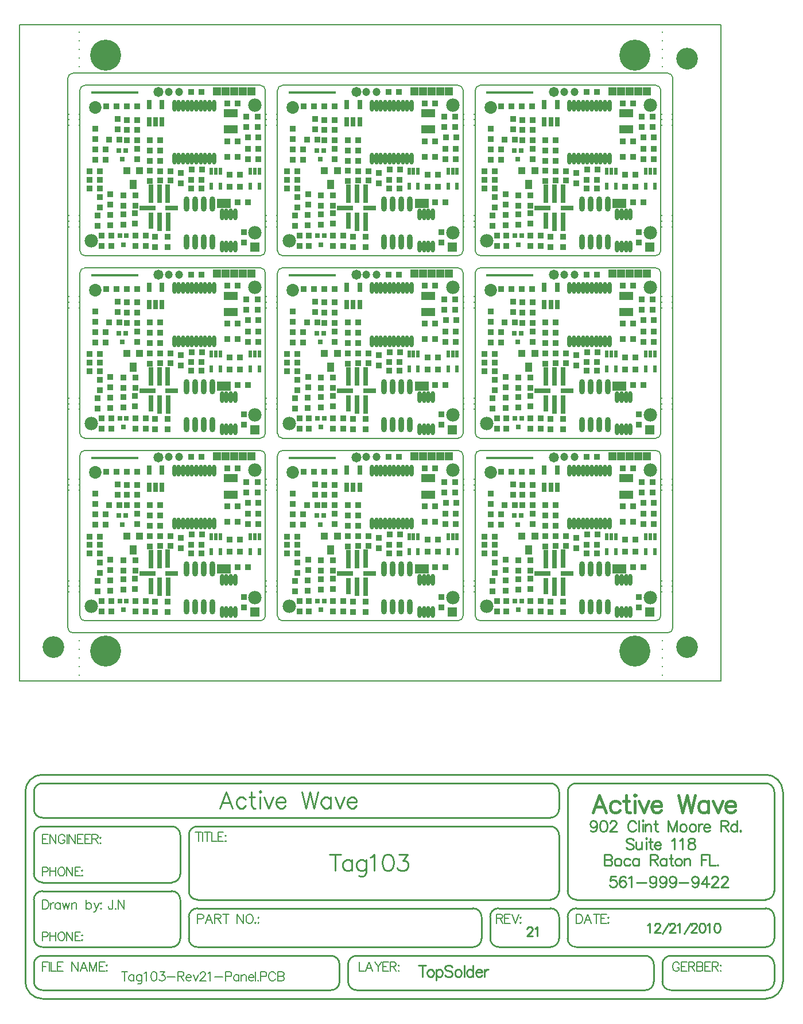
<source format=gts>
%FSLAX24Y24*%
%MOIN*%
G70*
G01*
G75*
G04 Layer_Color=8388736*
%ADD10C,0.0500*%
%ADD11C,0.0100*%
%ADD12C,0.0150*%
%ADD13R,0.0300X0.0300*%
%ADD14R,0.0740X0.0450*%
%ADD15R,0.0300X0.0300*%
%ADD16O,0.0240X0.0800*%
%ADD17R,0.0360X0.0500*%
%ADD18R,0.0360X0.0360*%
%ADD19R,0.0236X0.1000*%
%ADD20R,0.0236X0.0900*%
%ADD21R,0.0700X0.0236*%
%ADD22R,0.0900X0.0236*%
%ADD23O,0.0160X0.0600*%
%ADD24R,0.0138X0.0354*%
%ADD25R,0.0138X0.0354*%
%ADD26R,0.0236X0.0236*%
%ADD27O,0.0160X0.0600*%
%ADD28R,0.0200X0.0500*%
%ADD29R,0.0748X0.0433*%
%ADD30C,0.0120*%
%ADD31C,0.0080*%
%ADD32C,0.0250*%
%ADD33C,0.0200*%
%ADD34C,0.0120*%
%ADD35C,0.0160*%
%ADD36C,0.0140*%
%ADD37C,0.0260*%
%ADD38C,0.0060*%
%ADD39C,0.0050*%
%ADD40C,0.0090*%
%ADD41C,0.1180*%
%ADD42C,0.0700*%
%ADD43R,0.0500X0.0500*%
%ADD44R,0.0394X0.0433*%
%ADD45C,0.0650*%
%ADD46C,0.0394*%
%ADD47C,0.0200*%
%ADD48R,0.1398X0.1398*%
%ADD49C,0.0300*%
%ADD50R,0.0650X0.0650*%
%ADD51C,0.0098*%
%ADD52R,0.2730X0.0180*%
%ADD53C,0.1800*%
%ADD54R,0.0380X0.0380*%
%ADD55R,0.0820X0.0530*%
%ADD56R,0.0380X0.0380*%
%ADD57O,0.0320X0.0880*%
%ADD58R,0.0440X0.0580*%
%ADD59R,0.0440X0.0440*%
%ADD60R,0.0316X0.1080*%
%ADD61R,0.0316X0.0980*%
%ADD62R,0.0780X0.0316*%
%ADD63R,0.0980X0.0316*%
%ADD64O,0.0240X0.0680*%
%ADD65R,0.0218X0.0434*%
%ADD66R,0.0218X0.0434*%
%ADD67R,0.0316X0.0316*%
%ADD68O,0.0240X0.0680*%
%ADD69R,0.0280X0.0580*%
%ADD70R,0.0828X0.0513*%
%ADD71C,0.0080*%
%ADD72C,0.1260*%
%ADD73C,0.0780*%
%ADD74R,0.0580X0.0580*%
%ADD75R,0.0474X0.0513*%
%ADD76C,0.0730*%
%ADD77C,0.0474*%
%ADD78C,0.0580*%
D11*
X19213Y-20860D02*
Y-21500D01*
X19000Y-20860D02*
X19427D01*
X19655Y-21073D02*
X19594Y-21104D01*
X19533Y-21165D01*
X19503Y-21256D01*
Y-21317D01*
X19533Y-21409D01*
X19594Y-21470D01*
X19655Y-21500D01*
X19747D01*
X19807Y-21470D01*
X19868Y-21409D01*
X19899Y-21317D01*
Y-21256D01*
X19868Y-21165D01*
X19807Y-21104D01*
X19747Y-21073D01*
X19655D01*
X20039D02*
Y-21713D01*
Y-21165D02*
X20100Y-21104D01*
X20161Y-21073D01*
X20252D01*
X20313Y-21104D01*
X20374Y-21165D01*
X20405Y-21256D01*
Y-21317D01*
X20374Y-21409D01*
X20313Y-21470D01*
X20252Y-21500D01*
X20161D01*
X20100Y-21470D01*
X20039Y-21409D01*
X20968Y-20952D02*
X20907Y-20891D01*
X20816Y-20860D01*
X20694D01*
X20603Y-20891D01*
X20542Y-20952D01*
Y-21012D01*
X20572Y-21073D01*
X20603Y-21104D01*
X20664Y-21134D01*
X20846Y-21195D01*
X20907Y-21226D01*
X20938Y-21256D01*
X20968Y-21317D01*
Y-21409D01*
X20907Y-21470D01*
X20816Y-21500D01*
X20694D01*
X20603Y-21470D01*
X20542Y-21409D01*
X21264Y-21073D02*
X21203Y-21104D01*
X21142Y-21165D01*
X21112Y-21256D01*
Y-21317D01*
X21142Y-21409D01*
X21203Y-21470D01*
X21264Y-21500D01*
X21355D01*
X21416Y-21470D01*
X21477Y-21409D01*
X21508Y-21317D01*
Y-21256D01*
X21477Y-21165D01*
X21416Y-21104D01*
X21355Y-21073D01*
X21264D01*
X21648Y-20860D02*
Y-21500D01*
X22148Y-20860D02*
Y-21500D01*
Y-21165D02*
X22087Y-21104D01*
X22026Y-21073D01*
X21934D01*
X21873Y-21104D01*
X21812Y-21165D01*
X21782Y-21256D01*
Y-21317D01*
X21812Y-21409D01*
X21873Y-21470D01*
X21934Y-21500D01*
X22026D01*
X22087Y-21470D01*
X22148Y-21409D01*
X22318Y-21256D02*
X22684D01*
Y-21195D01*
X22653Y-21134D01*
X22623Y-21104D01*
X22562Y-21073D01*
X22470D01*
X22410Y-21104D01*
X22349Y-21165D01*
X22318Y-21256D01*
Y-21317D01*
X22349Y-21409D01*
X22410Y-21470D01*
X22470Y-21500D01*
X22562D01*
X22623Y-21470D01*
X22684Y-21409D01*
X22821Y-21073D02*
Y-21500D01*
Y-21256D02*
X22851Y-21165D01*
X22912Y-21104D01*
X22973Y-21073D01*
X23065D01*
X14409Y-20782D02*
G03*
X13909Y-20282I-500J0D01*
G01*
X13921Y-22282D02*
G03*
X14409Y-21785I8J480D01*
G01*
X15409Y-20282D02*
G03*
X14909Y-20782I0J-500D01*
G01*
Y-21782D02*
G03*
X15400Y-22282I500J0D01*
G01*
X32659Y-20782D02*
G03*
X32159Y-20282I-500J0D01*
G01*
X32171Y-22282D02*
G03*
X32659Y-21785I8J480D01*
G01*
X33159Y-21792D02*
G03*
X33658Y-22282I490J0D01*
G01*
X33659Y-20282D02*
G03*
X33159Y-20782I0J-500D01*
G01*
X5159Y-13272D02*
G03*
X4669Y-12782I-490J0D01*
G01*
X4679Y-16032D02*
G03*
X5159Y-15552I0J480D01*
G01*
Y-17022D02*
G03*
X4652Y-16532I-490J0D01*
G01*
X5659Y-16542D02*
G03*
X6149Y-17032I490J0D01*
G01*
X5659Y-19292D02*
G03*
X6149Y-19782I490J0D01*
G01*
X4669D02*
G03*
X5159Y-19292I0J490D01*
G01*
X22659Y-18022D02*
G03*
X22169Y-17532I-490J0D01*
G01*
Y-19782D02*
G03*
X22659Y-19283I0J490D01*
G01*
X23159Y-19272D02*
G03*
X23660Y-19782I510J0D01*
G01*
X23639Y-17532D02*
G03*
X23160Y-18037I0J-480D01*
G01*
X6159Y-17532D02*
G03*
X5659Y-18032I0J-500D01*
G01*
X6159Y-12782D02*
G03*
X5659Y-13282I0J-500D01*
G01*
X-3341Y-19282D02*
G03*
X-2850Y-19782I500J0D01*
G01*
X-2841Y-16532D02*
G03*
X-3341Y-17032I0J-500D01*
G01*
Y-15532D02*
G03*
X-2841Y-16032I500J0D01*
G01*
Y-12782D02*
G03*
X-3341Y-13282I0J-500D01*
G01*
Y-11782D02*
G03*
X-2841Y-12282I500J0D01*
G01*
Y-10282D02*
G03*
X-3341Y-10782I0J-500D01*
G01*
X27159D02*
G03*
X26659Y-10282I-500J0D01*
G01*
X28159D02*
G03*
X27659Y-10782I0J-500D01*
G01*
X26659Y-12282D02*
G03*
X27159Y-11782I0J500D01*
G01*
Y-13282D02*
G03*
X26659Y-12782I-500J0D01*
G01*
X-2841Y-20282D02*
G03*
X-3341Y-20782I0J-500D01*
G01*
X26668Y-17032D02*
G03*
X27159Y-16532I-9J500D01*
G01*
X-3341Y-21782D02*
G03*
X-2850Y-22282I500J0D01*
G01*
X27159Y-18022D02*
G03*
X26669Y-17532I-490J0D01*
G01*
X27659Y-19292D02*
G03*
X28158Y-19782I490J0D01*
G01*
X26659Y-19782D02*
G03*
X27159Y-19282I0J500D01*
G01*
X39159Y-22282D02*
G03*
X39659Y-21782I0J500D01*
G01*
X39659Y-20773D02*
G03*
X39159Y-20282I-500J-9D01*
G01*
Y-19782D02*
G03*
X39659Y-19282I0J500D01*
G01*
Y-10772D02*
G03*
X39152Y-10282I-490J0D01*
G01*
X40159Y-10782D02*
G03*
X39159Y-9782I-1000J0D01*
G01*
Y-22782D02*
G03*
X40159Y-21782I0J1000D01*
G01*
X-3841Y-21772D02*
G03*
X-2848Y-22782I1010J0D01*
G01*
X-2841Y-9782D02*
G03*
X-3841Y-10782I0J-1000D01*
G01*
X27659Y-16532D02*
G03*
X28159Y-17032I500J0D01*
G01*
X39159D02*
G03*
X39659Y-16532I0J500D01*
G01*
X28159Y-17532D02*
G03*
X27659Y-18032I0J-500D01*
G01*
X39659Y-18022D02*
G03*
X39169Y-17532I-490J0D01*
G01*
X15409Y-22282D02*
X32159D01*
X-2841D02*
X13909D01*
X-2841Y-20282D02*
X13909D01*
X15409D02*
X32159D01*
X33659Y-22282D02*
X39159D01*
X33659Y-20282D02*
X39159D01*
X-2841Y-10282D02*
X26659D01*
X-2841Y-22782D02*
X39159D01*
X-2841Y-9782D02*
X39159D01*
X-2841Y-19782D02*
X4659D01*
X-2841Y-16532D02*
X4659D01*
X-2841Y-16032D02*
X4659D01*
X-2841Y-12782D02*
X4659D01*
X-2841Y-12282D02*
X26659D01*
X6159Y-12782D02*
X26659D01*
X6159Y-17532D02*
X22159D01*
X6159Y-19782D02*
X22159D01*
X23659D02*
X26659D01*
X23659Y-17532D02*
X26659D01*
X28159Y-19782D02*
X39159D01*
X28159Y-10282D02*
X39159D01*
X6159Y-17032D02*
X26659D01*
X28159D02*
X39159D01*
X28159Y-17532D02*
X39159D01*
X14409Y-21782D02*
Y-20782D01*
X14909Y-21782D02*
Y-20782D01*
X32659Y-21782D02*
Y-20782D01*
X33159Y-21782D02*
Y-20782D01*
X40159Y-21782D02*
Y-10782D01*
X-3341Y-19282D02*
Y-17032D01*
X5159Y-19282D02*
Y-17032D01*
X-3341Y-15532D02*
Y-13282D01*
X5159Y-15532D02*
Y-13282D01*
X-3341Y-11782D02*
Y-10782D01*
X27159Y-11782D02*
Y-10782D01*
Y-16532D02*
Y-13282D01*
X5659Y-16532D02*
Y-13282D01*
X22659Y-19282D02*
Y-18032D01*
X5659Y-19282D02*
Y-18032D01*
X23159Y-19282D02*
Y-18032D01*
X27159Y-19282D02*
Y-18032D01*
X39659Y-21782D02*
Y-20782D01*
X-3341Y-21782D02*
Y-20782D01*
X-3841Y-21782D02*
Y-10782D01*
X27659Y-16532D02*
Y-10782D01*
X39659Y-16532D02*
Y-10782D01*
X27659Y-19282D02*
Y-18032D01*
X39659Y-19282D02*
Y-18022D01*
X29810Y-14420D02*
Y-15060D01*
Y-14420D02*
X30084D01*
X30176Y-14451D01*
X30206Y-14481D01*
X30237Y-14542D01*
Y-14603D01*
X30206Y-14664D01*
X30176Y-14694D01*
X30084Y-14725D01*
X29810D02*
X30084D01*
X30176Y-14755D01*
X30206Y-14786D01*
X30237Y-14847D01*
Y-14938D01*
X30206Y-14999D01*
X30176Y-15030D01*
X30084Y-15060D01*
X29810D01*
X30532Y-14633D02*
X30471Y-14664D01*
X30410Y-14725D01*
X30380Y-14816D01*
Y-14877D01*
X30410Y-14969D01*
X30471Y-15030D01*
X30532Y-15060D01*
X30624D01*
X30684Y-15030D01*
X30745Y-14969D01*
X30776Y-14877D01*
Y-14816D01*
X30745Y-14725D01*
X30684Y-14664D01*
X30624Y-14633D01*
X30532D01*
X31282Y-14725D02*
X31221Y-14664D01*
X31160Y-14633D01*
X31068D01*
X31007Y-14664D01*
X30947Y-14725D01*
X30916Y-14816D01*
Y-14877D01*
X30947Y-14969D01*
X31007Y-15030D01*
X31068Y-15060D01*
X31160D01*
X31221Y-15030D01*
X31282Y-14969D01*
X31784Y-14633D02*
Y-15060D01*
Y-14725D02*
X31723Y-14664D01*
X31663Y-14633D01*
X31571D01*
X31510Y-14664D01*
X31449Y-14725D01*
X31419Y-14816D01*
Y-14877D01*
X31449Y-14969D01*
X31510Y-15030D01*
X31571Y-15060D01*
X31663D01*
X31723Y-15030D01*
X31784Y-14969D01*
X32458Y-14420D02*
Y-15060D01*
Y-14420D02*
X32732D01*
X32823Y-14451D01*
X32854Y-14481D01*
X32884Y-14542D01*
Y-14603D01*
X32854Y-14664D01*
X32823Y-14694D01*
X32732Y-14725D01*
X32458D01*
X32671D02*
X32884Y-15060D01*
X33393Y-14633D02*
Y-15060D01*
Y-14725D02*
X33332Y-14664D01*
X33271Y-14633D01*
X33180D01*
X33119Y-14664D01*
X33058Y-14725D01*
X33028Y-14816D01*
Y-14877D01*
X33058Y-14969D01*
X33119Y-15030D01*
X33180Y-15060D01*
X33271D01*
X33332Y-15030D01*
X33393Y-14969D01*
X33655Y-14420D02*
Y-14938D01*
X33686Y-15030D01*
X33747Y-15060D01*
X33808D01*
X33564Y-14633D02*
X33777D01*
X34051D02*
X33990Y-14664D01*
X33930Y-14725D01*
X33899Y-14816D01*
Y-14877D01*
X33930Y-14969D01*
X33990Y-15030D01*
X34051Y-15060D01*
X34143D01*
X34204Y-15030D01*
X34265Y-14969D01*
X34295Y-14877D01*
Y-14816D01*
X34265Y-14725D01*
X34204Y-14664D01*
X34143Y-14633D01*
X34051D01*
X34435D02*
Y-15060D01*
Y-14755D02*
X34527Y-14664D01*
X34588Y-14633D01*
X34679D01*
X34740Y-14664D01*
X34770Y-14755D01*
Y-15060D01*
X35441Y-14420D02*
Y-15060D01*
Y-14420D02*
X35837D01*
X35441Y-14725D02*
X35685D01*
X35910Y-14420D02*
Y-15060D01*
X36276D01*
X36376Y-14999D02*
X36346Y-15030D01*
X36376Y-15060D01*
X36407Y-15030D01*
X36376Y-14999D01*
X29346Y-12663D02*
X29316Y-12755D01*
X29255Y-12816D01*
X29163Y-12846D01*
X29133D01*
X29041Y-12816D01*
X28980Y-12755D01*
X28950Y-12663D01*
Y-12633D01*
X28980Y-12542D01*
X29041Y-12481D01*
X29133Y-12450D01*
X29163D01*
X29255Y-12481D01*
X29316Y-12542D01*
X29346Y-12663D01*
Y-12816D01*
X29316Y-12968D01*
X29255Y-13060D01*
X29163Y-13090D01*
X29102D01*
X29011Y-13060D01*
X28980Y-12999D01*
X29703Y-12450D02*
X29611Y-12481D01*
X29550Y-12572D01*
X29520Y-12724D01*
Y-12816D01*
X29550Y-12968D01*
X29611Y-13060D01*
X29703Y-13090D01*
X29764D01*
X29855Y-13060D01*
X29916Y-12968D01*
X29946Y-12816D01*
Y-12724D01*
X29916Y-12572D01*
X29855Y-12481D01*
X29764Y-12450D01*
X29703D01*
X30120Y-12602D02*
Y-12572D01*
X30150Y-12511D01*
X30181Y-12481D01*
X30242Y-12450D01*
X30364D01*
X30425Y-12481D01*
X30455Y-12511D01*
X30486Y-12572D01*
Y-12633D01*
X30455Y-12694D01*
X30394Y-12785D01*
X30090Y-13090D01*
X30516D01*
X31619Y-12602D02*
X31589Y-12542D01*
X31528Y-12481D01*
X31467Y-12450D01*
X31345D01*
X31284Y-12481D01*
X31223Y-12542D01*
X31193Y-12602D01*
X31162Y-12694D01*
Y-12846D01*
X31193Y-12938D01*
X31223Y-12999D01*
X31284Y-13060D01*
X31345Y-13090D01*
X31467D01*
X31528Y-13060D01*
X31589Y-12999D01*
X31619Y-12938D01*
X31799Y-12450D02*
Y-13090D01*
X31994Y-12450D02*
X32024Y-12481D01*
X32055Y-12450D01*
X32024Y-12420D01*
X31994Y-12450D01*
X32024Y-12663D02*
Y-13090D01*
X32168Y-12663D02*
Y-13090D01*
Y-12785D02*
X32259Y-12694D01*
X32320Y-12663D01*
X32411D01*
X32472Y-12694D01*
X32503Y-12785D01*
Y-13090D01*
X32762Y-12450D02*
Y-12968D01*
X32792Y-13060D01*
X32853Y-13090D01*
X32914D01*
X32670Y-12663D02*
X32884D01*
X33508Y-12450D02*
Y-13090D01*
Y-12450D02*
X33752Y-13090D01*
X33996Y-12450D02*
X33752Y-13090D01*
X33996Y-12450D02*
Y-13090D01*
X34331Y-12663D02*
X34270Y-12694D01*
X34209Y-12755D01*
X34179Y-12846D01*
Y-12907D01*
X34209Y-12999D01*
X34270Y-13060D01*
X34331Y-13090D01*
X34422D01*
X34483Y-13060D01*
X34544Y-12999D01*
X34575Y-12907D01*
Y-12846D01*
X34544Y-12755D01*
X34483Y-12694D01*
X34422Y-12663D01*
X34331D01*
X34867D02*
X34806Y-12694D01*
X34745Y-12755D01*
X34715Y-12846D01*
Y-12907D01*
X34745Y-12999D01*
X34806Y-13060D01*
X34867Y-13090D01*
X34959D01*
X35020Y-13060D01*
X35080Y-12999D01*
X35111Y-12907D01*
Y-12846D01*
X35080Y-12755D01*
X35020Y-12694D01*
X34959Y-12663D01*
X34867D01*
X35251D02*
Y-13090D01*
Y-12846D02*
X35282Y-12755D01*
X35343Y-12694D01*
X35403Y-12663D01*
X35495D01*
X35553Y-12846D02*
X35918D01*
Y-12785D01*
X35888Y-12724D01*
X35857Y-12694D01*
X35797Y-12663D01*
X35705D01*
X35644Y-12694D01*
X35583Y-12755D01*
X35553Y-12846D01*
Y-12907D01*
X35583Y-12999D01*
X35644Y-13060D01*
X35705Y-13090D01*
X35797D01*
X35857Y-13060D01*
X35918Y-12999D01*
X36558Y-12450D02*
Y-13090D01*
Y-12450D02*
X36832D01*
X36924Y-12481D01*
X36954Y-12511D01*
X36985Y-12572D01*
Y-12633D01*
X36954Y-12694D01*
X36924Y-12724D01*
X36832Y-12755D01*
X36558D01*
X36772D02*
X36985Y-13090D01*
X37494Y-12450D02*
Y-13090D01*
Y-12755D02*
X37433Y-12694D01*
X37372Y-12663D01*
X37280D01*
X37219Y-12694D01*
X37159Y-12755D01*
X37128Y-12846D01*
Y-12907D01*
X37159Y-12999D01*
X37219Y-13060D01*
X37280Y-13090D01*
X37372D01*
X37433Y-13060D01*
X37494Y-12999D01*
X37695Y-13029D02*
X37664Y-13060D01*
X37695Y-13090D01*
X37725Y-13060D01*
X37695Y-13029D01*
X30466Y-15670D02*
X30161D01*
X30130Y-15944D01*
X30161Y-15914D01*
X30252Y-15883D01*
X30344D01*
X30435Y-15914D01*
X30496Y-15975D01*
X30527Y-16066D01*
Y-16127D01*
X30496Y-16219D01*
X30435Y-16280D01*
X30344Y-16310D01*
X30252D01*
X30161Y-16280D01*
X30130Y-16249D01*
X30100Y-16188D01*
X31035Y-15762D02*
X31005Y-15701D01*
X30914Y-15670D01*
X30853D01*
X30761Y-15701D01*
X30700Y-15792D01*
X30670Y-15944D01*
Y-16097D01*
X30700Y-16219D01*
X30761Y-16280D01*
X30853Y-16310D01*
X30883D01*
X30974Y-16280D01*
X31035Y-16219D01*
X31066Y-16127D01*
Y-16097D01*
X31035Y-16005D01*
X30974Y-15944D01*
X30883Y-15914D01*
X30853D01*
X30761Y-15944D01*
X30700Y-16005D01*
X30670Y-16097D01*
X31206Y-15792D02*
X31267Y-15762D01*
X31358Y-15670D01*
Y-16310D01*
X31675Y-16036D02*
X32224D01*
X32809Y-15883D02*
X32778Y-15975D01*
X32717Y-16036D01*
X32626Y-16066D01*
X32595D01*
X32504Y-16036D01*
X32443Y-15975D01*
X32413Y-15883D01*
Y-15853D01*
X32443Y-15762D01*
X32504Y-15701D01*
X32595Y-15670D01*
X32626D01*
X32717Y-15701D01*
X32778Y-15762D01*
X32809Y-15883D01*
Y-16036D01*
X32778Y-16188D01*
X32717Y-16280D01*
X32626Y-16310D01*
X32565D01*
X32474Y-16280D01*
X32443Y-16219D01*
X33379Y-15883D02*
X33348Y-15975D01*
X33287Y-16036D01*
X33196Y-16066D01*
X33165D01*
X33074Y-16036D01*
X33013Y-15975D01*
X32982Y-15883D01*
Y-15853D01*
X33013Y-15762D01*
X33074Y-15701D01*
X33165Y-15670D01*
X33196D01*
X33287Y-15701D01*
X33348Y-15762D01*
X33379Y-15883D01*
Y-16036D01*
X33348Y-16188D01*
X33287Y-16280D01*
X33196Y-16310D01*
X33135D01*
X33043Y-16280D01*
X33013Y-16219D01*
X33948Y-15883D02*
X33918Y-15975D01*
X33857Y-16036D01*
X33765Y-16066D01*
X33735D01*
X33644Y-16036D01*
X33583Y-15975D01*
X33552Y-15883D01*
Y-15853D01*
X33583Y-15762D01*
X33644Y-15701D01*
X33735Y-15670D01*
X33765D01*
X33857Y-15701D01*
X33918Y-15762D01*
X33948Y-15883D01*
Y-16036D01*
X33918Y-16188D01*
X33857Y-16280D01*
X33765Y-16310D01*
X33705D01*
X33613Y-16280D01*
X33583Y-16219D01*
X34122Y-16036D02*
X34670D01*
X35255Y-15883D02*
X35225Y-15975D01*
X35164Y-16036D01*
X35073Y-16066D01*
X35042D01*
X34951Y-16036D01*
X34890Y-15975D01*
X34859Y-15883D01*
Y-15853D01*
X34890Y-15762D01*
X34951Y-15701D01*
X35042Y-15670D01*
X35073D01*
X35164Y-15701D01*
X35225Y-15762D01*
X35255Y-15883D01*
Y-16036D01*
X35225Y-16188D01*
X35164Y-16280D01*
X35073Y-16310D01*
X35012D01*
X34920Y-16280D01*
X34890Y-16219D01*
X35734Y-15670D02*
X35429Y-16097D01*
X35886D01*
X35734Y-15670D02*
Y-16310D01*
X36029Y-15822D02*
Y-15792D01*
X36060Y-15731D01*
X36090Y-15701D01*
X36151Y-15670D01*
X36273D01*
X36334Y-15701D01*
X36365Y-15731D01*
X36395Y-15792D01*
Y-15853D01*
X36365Y-15914D01*
X36304Y-16005D01*
X35999Y-16310D01*
X36425D01*
X36599Y-15822D02*
Y-15792D01*
X36630Y-15731D01*
X36660Y-15701D01*
X36721Y-15670D01*
X36843D01*
X36904Y-15701D01*
X36934Y-15731D01*
X36965Y-15792D01*
Y-15853D01*
X36934Y-15914D01*
X36873Y-16005D01*
X36569Y-16310D01*
X36995D01*
X31487Y-13572D02*
X31426Y-13511D01*
X31334Y-13480D01*
X31212D01*
X31121Y-13511D01*
X31060Y-13572D01*
Y-13632D01*
X31090Y-13693D01*
X31121Y-13724D01*
X31182Y-13754D01*
X31365Y-13815D01*
X31426Y-13846D01*
X31456Y-13876D01*
X31487Y-13937D01*
Y-14029D01*
X31426Y-14090D01*
X31334Y-14120D01*
X31212D01*
X31121Y-14090D01*
X31060Y-14029D01*
X31630Y-13693D02*
Y-13998D01*
X31660Y-14090D01*
X31721Y-14120D01*
X31813D01*
X31874Y-14090D01*
X31965Y-13998D01*
Y-13693D02*
Y-14120D01*
X32193Y-13480D02*
X32224Y-13511D01*
X32254Y-13480D01*
X32224Y-13450D01*
X32193Y-13480D01*
X32224Y-13693D02*
Y-14120D01*
X32459Y-13480D02*
Y-13998D01*
X32489Y-14090D01*
X32550Y-14120D01*
X32611D01*
X32367Y-13693D02*
X32580D01*
X32702Y-13876D02*
X33068D01*
Y-13815D01*
X33037Y-13754D01*
X33007Y-13724D01*
X32946Y-13693D01*
X32855D01*
X32794Y-13724D01*
X32733Y-13785D01*
X32702Y-13876D01*
Y-13937D01*
X32733Y-14029D01*
X32794Y-14090D01*
X32855Y-14120D01*
X32946D01*
X33007Y-14090D01*
X33068Y-14029D01*
X33708Y-13602D02*
X33769Y-13572D01*
X33860Y-13480D01*
Y-14120D01*
X34177Y-13602D02*
X34238Y-13572D01*
X34329Y-13480D01*
Y-14120D01*
X34799Y-13480D02*
X34707Y-13511D01*
X34677Y-13572D01*
Y-13632D01*
X34707Y-13693D01*
X34768Y-13724D01*
X34890Y-13754D01*
X34981Y-13785D01*
X35042Y-13846D01*
X35073Y-13907D01*
Y-13998D01*
X35042Y-14059D01*
X35012Y-14090D01*
X34920Y-14120D01*
X34799D01*
X34707Y-14090D01*
X34677Y-14059D01*
X34646Y-13998D01*
Y-13907D01*
X34677Y-13846D01*
X34738Y-13785D01*
X34829Y-13754D01*
X34951Y-13724D01*
X35012Y-13693D01*
X35042Y-13632D01*
Y-13572D01*
X35012Y-13511D01*
X34920Y-13480D01*
X34799D01*
D12*
X29892Y-11980D02*
X29511Y-10980D01*
X29130Y-11980D01*
X29273Y-11647D02*
X29749D01*
X30696Y-11456D02*
X30601Y-11361D01*
X30506Y-11313D01*
X30363D01*
X30268Y-11361D01*
X30173Y-11456D01*
X30125Y-11599D01*
Y-11694D01*
X30173Y-11837D01*
X30268Y-11932D01*
X30363Y-11980D01*
X30506D01*
X30601Y-11932D01*
X30696Y-11837D01*
X31053Y-10980D02*
Y-11790D01*
X31101Y-11932D01*
X31196Y-11980D01*
X31291D01*
X30911Y-11313D02*
X31244D01*
X31529Y-10980D02*
X31577Y-11028D01*
X31625Y-10980D01*
X31577Y-10933D01*
X31529Y-10980D01*
X31577Y-11313D02*
Y-11980D01*
X31801Y-11313D02*
X32087Y-11980D01*
X32372Y-11313D02*
X32087Y-11980D01*
X32534Y-11599D02*
X33105D01*
Y-11504D01*
X33058Y-11409D01*
X33010Y-11361D01*
X32915Y-11313D01*
X32772D01*
X32677Y-11361D01*
X32582Y-11456D01*
X32534Y-11599D01*
Y-11694D01*
X32582Y-11837D01*
X32677Y-11932D01*
X32772Y-11980D01*
X32915D01*
X33010Y-11932D01*
X33105Y-11837D01*
X34105Y-10980D02*
X34343Y-11980D01*
X34581Y-10980D02*
X34343Y-11980D01*
X34581Y-10980D02*
X34819Y-11980D01*
X35057Y-10980D02*
X34819Y-11980D01*
X35829Y-11313D02*
Y-11980D01*
Y-11456D02*
X35733Y-11361D01*
X35638Y-11313D01*
X35495D01*
X35400Y-11361D01*
X35305Y-11456D01*
X35257Y-11599D01*
Y-11694D01*
X35305Y-11837D01*
X35400Y-11932D01*
X35495Y-11980D01*
X35638D01*
X35733Y-11932D01*
X35829Y-11837D01*
X36095Y-11313D02*
X36381Y-11980D01*
X36666Y-11313D02*
X36381Y-11980D01*
X36828Y-11599D02*
X37400D01*
Y-11504D01*
X37352Y-11409D01*
X37304Y-11361D01*
X37209Y-11313D01*
X37066D01*
X36971Y-11361D01*
X36876Y-11456D01*
X36828Y-11599D01*
Y-11694D01*
X36876Y-11837D01*
X36971Y-11932D01*
X37066Y-11980D01*
X37209D01*
X37304Y-11932D01*
X37400Y-11837D01*
D31*
X-370Y9030D02*
G03*
X-670Y8730I0J-300D01*
G01*
X10110D02*
G03*
X9810Y9030I-300J0D01*
G01*
Y-860D02*
G03*
X10110Y-560I0J300D01*
G01*
X-670D02*
G03*
X-370Y-860I300J0D01*
G01*
X-670Y-560D02*
Y8730D01*
X-370Y9030D02*
X9810D01*
X10110Y-560D02*
Y8730D01*
X-370Y-860D02*
X9810D01*
X11110Y9030D02*
G03*
X10810Y8730I0J-300D01*
G01*
X21590D02*
G03*
X21290Y9030I-300J0D01*
G01*
Y-860D02*
G03*
X21590Y-560I0J300D01*
G01*
X10810D02*
G03*
X11110Y-860I300J0D01*
G01*
X10810Y-560D02*
Y8730D01*
X11110Y9030D02*
X21290D01*
X21590Y-560D02*
Y8730D01*
X11110Y-860D02*
X21290D01*
X22590Y9030D02*
G03*
X22290Y8730I0J-300D01*
G01*
X33070D02*
G03*
X32770Y9030I-300J0D01*
G01*
Y-860D02*
G03*
X33070Y-560I0J300D01*
G01*
X22290D02*
G03*
X22590Y-860I300J0D01*
G01*
X22290Y-560D02*
Y8730D01*
X22590Y9030D02*
X32770D01*
X33070Y-560D02*
Y8730D01*
X22590Y-860D02*
X32770D01*
X-370Y19620D02*
G03*
X-670Y19320I0J-300D01*
G01*
X10110D02*
G03*
X9810Y19620I-300J0D01*
G01*
Y9730D02*
G03*
X10110Y10030I0J300D01*
G01*
X-670D02*
G03*
X-370Y9730I300J0D01*
G01*
X-670Y10030D02*
Y19320D01*
X-370Y19620D02*
X9810D01*
X10110Y10030D02*
Y19320D01*
X-370Y9730D02*
X9810D01*
X11110Y19620D02*
G03*
X10810Y19320I0J-300D01*
G01*
X21590D02*
G03*
X21290Y19620I-300J0D01*
G01*
Y9730D02*
G03*
X21590Y10030I0J300D01*
G01*
X10810D02*
G03*
X11110Y9730I300J0D01*
G01*
X10810Y10030D02*
Y19320D01*
X11110Y19620D02*
X21290D01*
X21590Y10030D02*
Y19320D01*
X11110Y9730D02*
X21290D01*
X22590Y19620D02*
G03*
X22290Y19320I0J-300D01*
G01*
X33070D02*
G03*
X32770Y19620I-300J0D01*
G01*
Y9730D02*
G03*
X33070Y10030I0J300D01*
G01*
X22290D02*
G03*
X22590Y9730I300J0D01*
G01*
X22290Y10030D02*
Y19320D01*
X22590Y19620D02*
X32770D01*
X33070Y10030D02*
Y19320D01*
X22590Y9730D02*
X32770D01*
X-370Y30210D02*
G03*
X-670Y29910I0J-300D01*
G01*
X10110D02*
G03*
X9810Y30210I-300J0D01*
G01*
Y20320D02*
G03*
X10110Y20620I0J300D01*
G01*
X-670D02*
G03*
X-370Y20320I300J0D01*
G01*
X-670Y20620D02*
Y29910D01*
X-370Y30210D02*
X9810D01*
X10110Y20620D02*
Y29910D01*
X-370Y20320D02*
X9810D01*
X11110Y30210D02*
G03*
X10810Y29910I0J-300D01*
G01*
X21590D02*
G03*
X21290Y30210I-300J0D01*
G01*
Y20320D02*
G03*
X21590Y20620I0J300D01*
G01*
X10810D02*
G03*
X11110Y20320I300J0D01*
G01*
X10810Y20620D02*
Y29910D01*
X11110Y30210D02*
X21290D01*
X21590Y20620D02*
Y29910D01*
X11110Y20320D02*
X21290D01*
X22590Y30210D02*
G03*
X22290Y29910I0J-300D01*
G01*
X33070D02*
G03*
X32770Y30210I-300J0D01*
G01*
Y20320D02*
G03*
X33070Y20620I0J300D01*
G01*
X22290D02*
G03*
X22590Y20320I300J0D01*
G01*
X22290Y20620D02*
Y29910D01*
X22590Y30210D02*
X32770D01*
X33070Y20620D02*
Y29910D01*
X22590Y20320D02*
X32770D01*
X1243Y-17059D02*
Y-17465D01*
X1217Y-17542D01*
X1192Y-17567D01*
X1141Y-17592D01*
X1090D01*
X1040Y-17567D01*
X1014Y-17542D01*
X989Y-17465D01*
Y-17415D01*
X1405Y-17542D02*
X1380Y-17567D01*
X1405Y-17592D01*
X1431Y-17567D01*
X1405Y-17542D01*
X1547Y-17059D02*
Y-17592D01*
Y-17059D02*
X1903Y-17592D01*
Y-17059D02*
Y-17592D01*
D39*
X11110Y9030D02*
G03*
X10810Y8730I0J-300D01*
G01*
X10110D02*
G03*
X9810Y9030I-300J0D01*
G01*
Y9730D02*
G03*
X10110Y10030I0J300D01*
G01*
X10810D02*
G03*
X11110Y9730I300J0D01*
G01*
X21590Y8730D02*
G03*
X21290Y9030I-300J0D01*
G01*
X22590D02*
G03*
X22290Y8730I0J-300D01*
G01*
Y10030D02*
G03*
X22590Y9730I300J0D01*
G01*
X21290D02*
G03*
X21590Y10030I0J300D01*
G01*
X33070Y8730D02*
G03*
X32770Y9030I-300J0D01*
G01*
Y9730D02*
G03*
X33070Y10030I0J300D01*
G01*
X33470Y-1560D02*
G03*
X33770Y-1260I0J300D01*
G01*
X32770Y-860D02*
G03*
X33070Y-560I0J300D01*
G01*
X22290D02*
G03*
X22590Y-860I300J0D01*
G01*
X21290D02*
G03*
X21590Y-560I0J300D01*
G01*
X10810D02*
G03*
X11110Y-860I300J0D01*
G01*
X9810D02*
G03*
X10110Y-560I0J300D01*
G01*
X-1370Y-1260D02*
G03*
X-1070Y-1560I300J0D01*
G01*
X-670Y-560D02*
G03*
X-370Y-860I300J0D01*
G01*
Y9030D02*
G03*
X-670Y8730I0J-300D01*
G01*
Y10030D02*
G03*
X-370Y9730I300J0D01*
G01*
Y19620D02*
G03*
X-670Y19320I0J-300D01*
G01*
Y20620D02*
G03*
X-370Y20320I300J0D01*
G01*
X22590Y30210D02*
G03*
X22290Y29910I0J-300D01*
G01*
X21590D02*
G03*
X21290Y30210I-300J0D01*
G01*
X33070Y29910D02*
G03*
X32770Y30210I-300J0D01*
G01*
X33770Y30610D02*
G03*
X33470Y30910I-300J0D01*
G01*
X33070Y19320D02*
G03*
X32770Y19620I-300J0D01*
G01*
Y20320D02*
G03*
X33070Y20620I0J300D01*
G01*
X22590Y19620D02*
G03*
X22290Y19320I0J-300D01*
G01*
X21590D02*
G03*
X21290Y19620I-300J0D01*
G01*
Y20320D02*
G03*
X21590Y20620I0J300D01*
G01*
X22290D02*
G03*
X22590Y20320I300J0D01*
G01*
X10110Y19320D02*
G03*
X9810Y19620I-300J0D01*
G01*
X11110D02*
G03*
X10810Y19320I0J-300D01*
G01*
Y20620D02*
G03*
X11110Y20320I300J0D01*
G01*
X9810D02*
G03*
X10110Y20620I0J300D01*
G01*
X11110Y30210D02*
G03*
X10810Y29910I0J-300D01*
G01*
X10110D02*
G03*
X9810Y30210I-300J0D01*
G01*
X-370D02*
G03*
X-670Y29910I0J-300D01*
G01*
X-1070Y30910D02*
G03*
X-1370Y30610I0J-300D01*
G01*
X97Y0D02*
G03*
X97Y0I-97J0D01*
G01*
X31820Y-2610D02*
G03*
X31820Y-2610I-250J0D01*
G01*
X1080D02*
G03*
X1080Y-2610I-250J0D01*
G01*
X31820Y31960D02*
G03*
X31820Y31960I-250J0D01*
G01*
X1080D02*
G03*
X1080Y31960I-250J0D01*
G01*
X35190Y31740D02*
G03*
X35190Y31740I-590J0D01*
G01*
Y-2390D02*
G03*
X35190Y-2390I-590J0D01*
G01*
X-1610D02*
G03*
X-1610Y-2390I-590J0D01*
G01*
X-370Y9030D02*
X9810D01*
X-670Y-560D02*
Y8730D01*
X-370Y9730D02*
X9810D01*
X22590Y-860D02*
X32770D01*
X11110D02*
X21290D01*
X10810Y-560D02*
Y8730D01*
X11110Y9030D02*
X21290D01*
X10110Y-560D02*
Y8730D01*
X11110Y9730D02*
X21290D01*
X22590Y9030D02*
X32770D01*
X21590Y-560D02*
Y8730D01*
X22590Y9730D02*
X32770D01*
X22290Y-560D02*
Y8730D01*
X33070Y10030D02*
Y19320D01*
Y20620D02*
Y29910D01*
X22290Y10030D02*
Y19320D01*
X22590Y19620D02*
X32770D01*
X22590Y20320D02*
X32770D01*
X21590Y10030D02*
Y19320D01*
X10110Y10030D02*
Y19320D01*
X11110Y19620D02*
X21290D01*
X10810Y10030D02*
Y19320D01*
X11110Y30210D02*
X21290D01*
X22290Y20620D02*
Y29910D01*
X21590Y20620D02*
Y29910D01*
X10810Y20620D02*
Y29910D01*
X10110Y20620D02*
Y29910D01*
X-370Y19620D02*
X9810D01*
X-670Y10030D02*
Y19320D01*
X-370Y20320D02*
X9810D01*
X11110D02*
X21290D01*
X-370Y30210D02*
X9810D01*
X33770Y-1260D02*
Y30610D01*
X-1370Y-1260D02*
Y30610D01*
X-1070Y-1560D02*
X33470D01*
X-1070Y30910D02*
X33470D01*
X33070Y-560D02*
Y8730D01*
X22590Y30210D02*
X32770D01*
X-370Y-860D02*
X9810D01*
X-670Y20620D02*
Y29910D01*
X-4170Y-4360D02*
Y33710D01*
X36570D01*
Y-4360D02*
Y33710D01*
X-4170Y-4360D02*
X36570D01*
X34140Y-20776D02*
X34115Y-20725D01*
X34064Y-20674D01*
X34013Y-20649D01*
X33912D01*
X33861Y-20674D01*
X33810Y-20725D01*
X33785Y-20776D01*
X33759Y-20852D01*
Y-20979D01*
X33785Y-21055D01*
X33810Y-21106D01*
X33861Y-21156D01*
X33912Y-21182D01*
X34013D01*
X34064Y-21156D01*
X34115Y-21106D01*
X34140Y-21055D01*
Y-20979D01*
X34013D02*
X34140D01*
X34592Y-20649D02*
X34262D01*
Y-21182D01*
X34592D01*
X34262Y-20902D02*
X34465D01*
X34681Y-20649D02*
Y-21182D01*
Y-20649D02*
X34909D01*
X34986Y-20674D01*
X35011Y-20699D01*
X35036Y-20750D01*
Y-20801D01*
X35011Y-20852D01*
X34986Y-20877D01*
X34909Y-20902D01*
X34681D01*
X34859D02*
X35036Y-21182D01*
X35156Y-20649D02*
Y-21182D01*
Y-20649D02*
X35384D01*
X35460Y-20674D01*
X35486Y-20699D01*
X35511Y-20750D01*
Y-20801D01*
X35486Y-20852D01*
X35460Y-20877D01*
X35384Y-20902D01*
X35156D02*
X35384D01*
X35460Y-20928D01*
X35486Y-20953D01*
X35511Y-21004D01*
Y-21080D01*
X35486Y-21131D01*
X35460Y-21156D01*
X35384Y-21182D01*
X35156D01*
X35961Y-20649D02*
X35631D01*
Y-21182D01*
X35961D01*
X35631Y-20902D02*
X35834D01*
X36050Y-20649D02*
Y-21182D01*
Y-20649D02*
X36278D01*
X36354Y-20674D01*
X36380Y-20699D01*
X36405Y-20750D01*
Y-20801D01*
X36380Y-20852D01*
X36354Y-20877D01*
X36278Y-20902D01*
X36050D01*
X36227D02*
X36405Y-21182D01*
X36550Y-20826D02*
X36524Y-20852D01*
X36550Y-20877D01*
X36575Y-20852D01*
X36550Y-20826D01*
Y-21131D02*
X36524Y-21156D01*
X36550Y-21182D01*
X36575Y-21156D01*
X36550Y-21131D01*
X-2841Y-20649D02*
Y-21182D01*
Y-20649D02*
X-2511D01*
X-2841Y-20902D02*
X-2638D01*
X-2450Y-20649D02*
Y-21182D01*
X-2338Y-20649D02*
Y-21182D01*
X-2033D01*
X-1645Y-20649D02*
X-1975D01*
Y-21182D01*
X-1645D01*
X-1975Y-20902D02*
X-1772D01*
X-1137Y-20649D02*
Y-21182D01*
Y-20649D02*
X-782Y-21182D01*
Y-20649D02*
Y-21182D01*
X-228D02*
X-431Y-20649D01*
X-634Y-21182D01*
X-558Y-21004D02*
X-304D01*
X-104Y-20649D02*
Y-21182D01*
Y-20649D02*
X100Y-21182D01*
X303Y-20649D02*
X100Y-21182D01*
X303Y-20649D02*
Y-21182D01*
X785Y-20649D02*
X455D01*
Y-21182D01*
X785D01*
X455Y-20902D02*
X658D01*
X899Y-20826D02*
X874Y-20852D01*
X899Y-20877D01*
X925Y-20852D01*
X899Y-20826D01*
Y-21131D02*
X874Y-21156D01*
X899Y-21182D01*
X925Y-21156D01*
X899Y-21131D01*
X-2841Y-17049D02*
Y-17582D01*
Y-17049D02*
X-2663D01*
X-2587Y-17074D01*
X-2536Y-17125D01*
X-2511Y-17176D01*
X-2485Y-17252D01*
Y-17379D01*
X-2511Y-17455D01*
X-2536Y-17506D01*
X-2587Y-17556D01*
X-2663Y-17582D01*
X-2841D01*
X-2366Y-17226D02*
Y-17582D01*
Y-17379D02*
X-2341Y-17302D01*
X-2290Y-17252D01*
X-2239Y-17226D01*
X-2163D01*
X-1810D02*
Y-17582D01*
Y-17302D02*
X-1861Y-17252D01*
X-1911Y-17226D01*
X-1988D01*
X-2038Y-17252D01*
X-2089Y-17302D01*
X-2115Y-17379D01*
Y-17429D01*
X-2089Y-17506D01*
X-2038Y-17556D01*
X-1988Y-17582D01*
X-1911D01*
X-1861Y-17556D01*
X-1810Y-17506D01*
X-1668Y-17226D02*
X-1566Y-17582D01*
X-1465Y-17226D02*
X-1566Y-17582D01*
X-1465Y-17226D02*
X-1363Y-17582D01*
X-1261Y-17226D02*
X-1363Y-17582D01*
X-1137Y-17226D02*
Y-17582D01*
Y-17328D02*
X-1061Y-17252D01*
X-1010Y-17226D01*
X-934D01*
X-883Y-17252D01*
X-858Y-17328D01*
Y-17582D01*
X-299Y-17049D02*
Y-17582D01*
Y-17302D02*
X-248Y-17252D01*
X-198Y-17226D01*
X-121D01*
X-71Y-17252D01*
X-20Y-17302D01*
X6Y-17379D01*
Y-17429D01*
X-20Y-17506D01*
X-71Y-17556D01*
X-121Y-17582D01*
X-198D01*
X-248Y-17556D01*
X-299Y-17506D01*
X145Y-17226D02*
X298Y-17582D01*
X450Y-17226D02*
X298Y-17582D01*
X247Y-17683D01*
X196Y-17734D01*
X145Y-17760D01*
X120D01*
X564Y-17226D02*
X539Y-17252D01*
X564Y-17277D01*
X590Y-17252D01*
X564Y-17226D01*
Y-17531D02*
X539Y-17556D01*
X564Y-17582D01*
X590Y-17556D01*
X564Y-17531D01*
X6212Y-13124D02*
Y-13657D01*
X6034Y-13124D02*
X6390D01*
X6453D02*
Y-13657D01*
X6743Y-13124D02*
Y-13657D01*
X6565Y-13124D02*
X6920D01*
X6984D02*
Y-13657D01*
X7289D01*
X7677Y-13124D02*
X7347D01*
Y-13657D01*
X7677D01*
X7347Y-13377D02*
X7550D01*
X7791Y-13301D02*
X7766Y-13327D01*
X7791Y-13352D01*
X7817Y-13327D01*
X7791Y-13301D01*
Y-13606D02*
X7766Y-13631D01*
X7791Y-13657D01*
X7817Y-13631D01*
X7791Y-13606D01*
X6159Y-18153D02*
X6388D01*
X6464Y-18127D01*
X6489Y-18102D01*
X6515Y-18051D01*
Y-17975D01*
X6489Y-17924D01*
X6464Y-17899D01*
X6388Y-17874D01*
X6159D01*
Y-18407D01*
X7040D02*
X6837Y-17874D01*
X6634Y-18407D01*
X6710Y-18229D02*
X6964D01*
X7165Y-17874D02*
Y-18407D01*
Y-17874D02*
X7393D01*
X7469Y-17899D01*
X7495Y-17924D01*
X7520Y-17975D01*
Y-18026D01*
X7495Y-18077D01*
X7469Y-18102D01*
X7393Y-18127D01*
X7165D01*
X7342D02*
X7520Y-18407D01*
X7817Y-17874D02*
Y-18407D01*
X7640Y-17874D02*
X7995D01*
X8477D02*
Y-18407D01*
Y-17874D02*
X8833Y-18407D01*
Y-17874D02*
Y-18407D01*
X9133Y-17874D02*
X9082Y-17899D01*
X9031Y-17950D01*
X9006Y-18001D01*
X8980Y-18077D01*
Y-18204D01*
X9006Y-18280D01*
X9031Y-18331D01*
X9082Y-18381D01*
X9133Y-18407D01*
X9234D01*
X9285Y-18381D01*
X9336Y-18331D01*
X9361Y-18280D01*
X9386Y-18204D01*
Y-18077D01*
X9361Y-18001D01*
X9336Y-17950D01*
X9285Y-17899D01*
X9234Y-17874D01*
X9133D01*
X9536Y-18356D02*
X9511Y-18381D01*
X9536Y-18407D01*
X9562Y-18381D01*
X9536Y-18356D01*
X9704Y-18051D02*
X9678Y-18077D01*
X9704Y-18102D01*
X9729Y-18077D01*
X9704Y-18051D01*
Y-18356D02*
X9678Y-18381D01*
X9704Y-18407D01*
X9729Y-18381D01*
X9704Y-18356D01*
X-2511Y-13249D02*
X-2841D01*
Y-13782D01*
X-2511D01*
X-2841Y-13502D02*
X-2638D01*
X-2422Y-13249D02*
Y-13782D01*
Y-13249D02*
X-2066Y-13782D01*
Y-13249D02*
Y-13782D01*
X-1538Y-13376D02*
X-1564Y-13325D01*
X-1614Y-13274D01*
X-1665Y-13249D01*
X-1767D01*
X-1818Y-13274D01*
X-1868Y-13325D01*
X-1894Y-13376D01*
X-1919Y-13452D01*
Y-13579D01*
X-1894Y-13655D01*
X-1868Y-13706D01*
X-1818Y-13756D01*
X-1767Y-13782D01*
X-1665D01*
X-1614Y-13756D01*
X-1564Y-13706D01*
X-1538Y-13655D01*
Y-13579D01*
X-1665D02*
X-1538D01*
X-1416Y-13249D02*
Y-13782D01*
X-1305Y-13249D02*
Y-13782D01*
Y-13249D02*
X-949Y-13782D01*
Y-13249D02*
Y-13782D01*
X-472Y-13249D02*
X-802D01*
Y-13782D01*
X-472D01*
X-802Y-13502D02*
X-599D01*
X-53Y-13249D02*
X-383D01*
Y-13782D01*
X-53D01*
X-383Y-13502D02*
X-180D01*
X36Y-13249D02*
Y-13782D01*
Y-13249D02*
X265D01*
X341Y-13274D01*
X366Y-13299D01*
X392Y-13350D01*
Y-13401D01*
X366Y-13452D01*
X341Y-13477D01*
X265Y-13502D01*
X36D01*
X214D02*
X392Y-13782D01*
X536Y-13426D02*
X511Y-13452D01*
X536Y-13477D01*
X562Y-13452D01*
X536Y-13426D01*
Y-13731D02*
X511Y-13756D01*
X536Y-13782D01*
X562Y-13756D01*
X536Y-13731D01*
X15559Y-20649D02*
Y-21182D01*
X15864D01*
X16329D02*
X16125Y-20649D01*
X15922Y-21182D01*
X15998Y-21004D02*
X16252D01*
X16453Y-20649D02*
X16656Y-20902D01*
Y-21182D01*
X16859Y-20649D02*
X16656Y-20902D01*
X17258Y-20649D02*
X16928D01*
Y-21182D01*
X17258D01*
X16928Y-20902D02*
X17131D01*
X17347Y-20649D02*
Y-21182D01*
Y-20649D02*
X17575D01*
X17651Y-20674D01*
X17677Y-20699D01*
X17702Y-20750D01*
Y-20801D01*
X17677Y-20852D01*
X17651Y-20877D01*
X17575Y-20902D01*
X17347D01*
X17524D02*
X17702Y-21182D01*
X17847Y-20826D02*
X17822Y-20852D01*
X17847Y-20877D01*
X17872Y-20852D01*
X17847Y-20826D01*
Y-21131D02*
X17822Y-21156D01*
X17847Y-21182D01*
X17872Y-21156D01*
X17847Y-21131D01*
X-2841Y-19169D02*
X-2627D01*
X-2555Y-19145D01*
X-2531Y-19121D01*
X-2508Y-19074D01*
Y-19002D01*
X-2531Y-18954D01*
X-2555Y-18931D01*
X-2627Y-18907D01*
X-2841D01*
Y-19407D01*
X-2396Y-18907D02*
Y-19407D01*
X-2062Y-18907D02*
Y-19407D01*
X-2396Y-19145D02*
X-2062D01*
X-1781Y-18907D02*
X-1829Y-18931D01*
X-1877Y-18978D01*
X-1901Y-19026D01*
X-1924Y-19097D01*
Y-19216D01*
X-1901Y-19288D01*
X-1877Y-19335D01*
X-1829Y-19383D01*
X-1781Y-19407D01*
X-1686D01*
X-1639Y-19383D01*
X-1591Y-19335D01*
X-1567Y-19288D01*
X-1543Y-19216D01*
Y-19097D01*
X-1567Y-19026D01*
X-1591Y-18978D01*
X-1639Y-18931D01*
X-1686Y-18907D01*
X-1781D01*
X-1427D02*
Y-19407D01*
Y-18907D02*
X-1094Y-19407D01*
Y-18907D02*
Y-19407D01*
X-646Y-18907D02*
X-955D01*
Y-19407D01*
X-646D01*
X-955Y-19145D02*
X-765D01*
X-539Y-19074D02*
X-563Y-19097D01*
X-539Y-19121D01*
X-515Y-19097D01*
X-539Y-19074D01*
Y-19359D02*
X-563Y-19383D01*
X-539Y-19407D01*
X-515Y-19383D01*
X-539Y-19359D01*
X-2841Y-15419D02*
X-2627D01*
X-2555Y-15395D01*
X-2531Y-15371D01*
X-2508Y-15324D01*
Y-15252D01*
X-2531Y-15204D01*
X-2555Y-15181D01*
X-2627Y-15157D01*
X-2841D01*
Y-15657D01*
X-2396Y-15157D02*
Y-15657D01*
X-2062Y-15157D02*
Y-15657D01*
X-2396Y-15395D02*
X-2062D01*
X-1781Y-15157D02*
X-1829Y-15181D01*
X-1877Y-15228D01*
X-1901Y-15276D01*
X-1924Y-15347D01*
Y-15466D01*
X-1901Y-15538D01*
X-1877Y-15585D01*
X-1829Y-15633D01*
X-1781Y-15657D01*
X-1686D01*
X-1639Y-15633D01*
X-1591Y-15585D01*
X-1567Y-15538D01*
X-1543Y-15466D01*
Y-15347D01*
X-1567Y-15276D01*
X-1591Y-15228D01*
X-1639Y-15181D01*
X-1686Y-15157D01*
X-1781D01*
X-1427D02*
Y-15657D01*
Y-15157D02*
X-1094Y-15657D01*
Y-15157D02*
Y-15657D01*
X-646Y-15157D02*
X-955D01*
Y-15657D01*
X-646D01*
X-955Y-15395D02*
X-765D01*
X-539Y-15324D02*
X-563Y-15347D01*
X-539Y-15371D01*
X-515Y-15347D01*
X-539Y-15324D01*
Y-15609D02*
X-563Y-15633D01*
X-539Y-15657D01*
X-515Y-15633D01*
X-539Y-15609D01*
X23534Y-17874D02*
Y-18407D01*
Y-17874D02*
X23763D01*
X23839Y-17899D01*
X23864Y-17924D01*
X23890Y-17975D01*
Y-18026D01*
X23864Y-18077D01*
X23839Y-18102D01*
X23763Y-18127D01*
X23534D01*
X23712D02*
X23890Y-18407D01*
X24339Y-17874D02*
X24009D01*
Y-18407D01*
X24339D01*
X24009Y-18127D02*
X24212D01*
X24428Y-17874D02*
X24631Y-18407D01*
X24834Y-17874D02*
X24631Y-18407D01*
X24928Y-18051D02*
X24903Y-18077D01*
X24928Y-18102D01*
X24954Y-18077D01*
X24928Y-18051D01*
Y-18356D02*
X24903Y-18381D01*
X24928Y-18407D01*
X24954Y-18381D01*
X24928Y-18356D01*
X28159Y-17874D02*
Y-18407D01*
Y-17874D02*
X28337D01*
X28413Y-17899D01*
X28464Y-17950D01*
X28489Y-18001D01*
X28515Y-18077D01*
Y-18204D01*
X28489Y-18280D01*
X28464Y-18331D01*
X28413Y-18381D01*
X28337Y-18407D01*
X28159D01*
X29040D02*
X28837Y-17874D01*
X28634Y-18407D01*
X28710Y-18229D02*
X28964D01*
X29342Y-17874D02*
Y-18407D01*
X29165Y-17874D02*
X29520D01*
X29914D02*
X29584D01*
Y-18407D01*
X29914D01*
X29584Y-18127D02*
X29787D01*
X30028Y-18051D02*
X30003Y-18077D01*
X30028Y-18102D01*
X30053Y-18077D01*
X30028Y-18051D01*
Y-18356D02*
X30003Y-18381D01*
X30028Y-18407D01*
X30053Y-18381D01*
X30028Y-18356D01*
X1928Y-21217D02*
Y-21750D01*
X1750Y-21217D02*
X2105D01*
X2474Y-21395D02*
Y-21750D01*
Y-21471D02*
X2423Y-21420D01*
X2372Y-21395D01*
X2296D01*
X2245Y-21420D01*
X2194Y-21471D01*
X2169Y-21547D01*
Y-21598D01*
X2194Y-21674D01*
X2245Y-21725D01*
X2296Y-21750D01*
X2372D01*
X2423Y-21725D01*
X2474Y-21674D01*
X2921Y-21395D02*
Y-21801D01*
X2895Y-21877D01*
X2870Y-21902D01*
X2819Y-21928D01*
X2743D01*
X2692Y-21902D01*
X2921Y-21471D02*
X2870Y-21420D01*
X2819Y-21395D01*
X2743D01*
X2692Y-21420D01*
X2641Y-21471D01*
X2616Y-21547D01*
Y-21598D01*
X2641Y-21674D01*
X2692Y-21725D01*
X2743Y-21750D01*
X2819D01*
X2870Y-21725D01*
X2921Y-21674D01*
X3063Y-21318D02*
X3114Y-21293D01*
X3190Y-21217D01*
Y-21750D01*
X3606Y-21217D02*
X3530Y-21242D01*
X3479Y-21318D01*
X3454Y-21445D01*
Y-21521D01*
X3479Y-21648D01*
X3530Y-21725D01*
X3606Y-21750D01*
X3657D01*
X3733Y-21725D01*
X3784Y-21648D01*
X3809Y-21521D01*
Y-21445D01*
X3784Y-21318D01*
X3733Y-21242D01*
X3657Y-21217D01*
X3606D01*
X3979D02*
X4259D01*
X4106Y-21420D01*
X4183D01*
X4233Y-21445D01*
X4259Y-21471D01*
X4284Y-21547D01*
Y-21598D01*
X4259Y-21674D01*
X4208Y-21725D01*
X4132Y-21750D01*
X4056D01*
X3979Y-21725D01*
X3954Y-21699D01*
X3929Y-21648D01*
X4403Y-21521D02*
X4860D01*
X5018Y-21217D02*
Y-21750D01*
Y-21217D02*
X5246D01*
X5323Y-21242D01*
X5348Y-21268D01*
X5373Y-21318D01*
Y-21369D01*
X5348Y-21420D01*
X5323Y-21445D01*
X5246Y-21471D01*
X5018D01*
X5196D02*
X5373Y-21750D01*
X5493Y-21547D02*
X5797D01*
Y-21496D01*
X5772Y-21445D01*
X5747Y-21420D01*
X5696Y-21395D01*
X5620D01*
X5569Y-21420D01*
X5518Y-21471D01*
X5493Y-21547D01*
Y-21598D01*
X5518Y-21674D01*
X5569Y-21725D01*
X5620Y-21750D01*
X5696D01*
X5747Y-21725D01*
X5797Y-21674D01*
X5912Y-21395D02*
X6064Y-21750D01*
X6216Y-21395D02*
X6064Y-21750D01*
X6328Y-21344D02*
Y-21318D01*
X6353Y-21268D01*
X6379Y-21242D01*
X6430Y-21217D01*
X6531D01*
X6582Y-21242D01*
X6607Y-21268D01*
X6633Y-21318D01*
Y-21369D01*
X6607Y-21420D01*
X6557Y-21496D01*
X6303Y-21750D01*
X6658D01*
X6778Y-21318D02*
X6828Y-21293D01*
X6904Y-21217D01*
Y-21750D01*
X7169Y-21521D02*
X7626D01*
X7783Y-21496D02*
X8012D01*
X8088Y-21471D01*
X8113Y-21445D01*
X8138Y-21395D01*
Y-21318D01*
X8113Y-21268D01*
X8088Y-21242D01*
X8012Y-21217D01*
X7783D01*
Y-21750D01*
X8563Y-21395D02*
Y-21750D01*
Y-21471D02*
X8512Y-21420D01*
X8461Y-21395D01*
X8385D01*
X8334Y-21420D01*
X8283Y-21471D01*
X8258Y-21547D01*
Y-21598D01*
X8283Y-21674D01*
X8334Y-21725D01*
X8385Y-21750D01*
X8461D01*
X8512Y-21725D01*
X8563Y-21674D01*
X8705Y-21395D02*
Y-21750D01*
Y-21496D02*
X8781Y-21420D01*
X8832Y-21395D01*
X8908D01*
X8959Y-21420D01*
X8984Y-21496D01*
Y-21750D01*
X9124Y-21547D02*
X9428D01*
Y-21496D01*
X9403Y-21445D01*
X9378Y-21420D01*
X9327Y-21395D01*
X9251D01*
X9200Y-21420D01*
X9149Y-21471D01*
X9124Y-21547D01*
Y-21598D01*
X9149Y-21674D01*
X9200Y-21725D01*
X9251Y-21750D01*
X9327D01*
X9378Y-21725D01*
X9428Y-21674D01*
X9543Y-21217D02*
Y-21750D01*
X9680Y-21699D02*
X9654Y-21725D01*
X9680Y-21750D01*
X9705Y-21725D01*
X9680Y-21699D01*
X9822Y-21496D02*
X10050D01*
X10127Y-21471D01*
X10152Y-21445D01*
X10177Y-21395D01*
Y-21318D01*
X10152Y-21268D01*
X10127Y-21242D01*
X10050Y-21217D01*
X9822D01*
Y-21750D01*
X10678Y-21344D02*
X10652Y-21293D01*
X10601Y-21242D01*
X10551Y-21217D01*
X10449D01*
X10398Y-21242D01*
X10348Y-21293D01*
X10322Y-21344D01*
X10297Y-21420D01*
Y-21547D01*
X10322Y-21623D01*
X10348Y-21674D01*
X10398Y-21725D01*
X10449Y-21750D01*
X10551D01*
X10601Y-21725D01*
X10652Y-21674D01*
X10678Y-21623D01*
X10827Y-21217D02*
Y-21750D01*
Y-21217D02*
X11056D01*
X11132Y-21242D01*
X11158Y-21268D01*
X11183Y-21318D01*
Y-21369D01*
X11158Y-21420D01*
X11132Y-21445D01*
X11056Y-21471D01*
X10827D02*
X11056D01*
X11132Y-21496D01*
X11158Y-21521D01*
X11183Y-21572D01*
Y-21648D01*
X11158Y-21699D01*
X11132Y-21725D01*
X11056Y-21750D01*
X10827D01*
D40*
X14160Y-14400D02*
Y-15360D01*
X13840Y-14400D02*
X14480D01*
X15143Y-14720D02*
Y-15360D01*
Y-14857D02*
X15051Y-14766D01*
X14960Y-14720D01*
X14823D01*
X14731Y-14766D01*
X14640Y-14857D01*
X14594Y-14994D01*
Y-15086D01*
X14640Y-15223D01*
X14731Y-15314D01*
X14823Y-15360D01*
X14960D01*
X15051Y-15314D01*
X15143Y-15223D01*
X15947Y-14720D02*
Y-15451D01*
X15901Y-15589D01*
X15856Y-15634D01*
X15764Y-15680D01*
X15627D01*
X15536Y-15634D01*
X15947Y-14857D02*
X15856Y-14766D01*
X15764Y-14720D01*
X15627D01*
X15536Y-14766D01*
X15444Y-14857D01*
X15399Y-14994D01*
Y-15086D01*
X15444Y-15223D01*
X15536Y-15314D01*
X15627Y-15360D01*
X15764D01*
X15856Y-15314D01*
X15947Y-15223D01*
X16203Y-14583D02*
X16294Y-14537D01*
X16431Y-14400D01*
Y-15360D01*
X17181Y-14400D02*
X17044Y-14446D01*
X16952Y-14583D01*
X16907Y-14812D01*
Y-14949D01*
X16952Y-15177D01*
X17044Y-15314D01*
X17181Y-15360D01*
X17272D01*
X17410Y-15314D01*
X17501Y-15177D01*
X17547Y-14949D01*
Y-14812D01*
X17501Y-14583D01*
X17410Y-14446D01*
X17272Y-14400D01*
X17181D01*
X17853D02*
X18356D01*
X18081Y-14766D01*
X18218D01*
X18310Y-14812D01*
X18356Y-14857D01*
X18401Y-14994D01*
Y-15086D01*
X18356Y-15223D01*
X18264Y-15314D01*
X18127Y-15360D01*
X17990D01*
X17853Y-15314D01*
X17807Y-15269D01*
X17761Y-15177D01*
X8190Y-11732D02*
X7825Y-10772D01*
X7459Y-11732D01*
X7596Y-11412D02*
X8053D01*
X8963Y-11229D02*
X8871Y-11138D01*
X8780Y-11092D01*
X8643D01*
X8552Y-11138D01*
X8460Y-11229D01*
X8414Y-11366D01*
Y-11458D01*
X8460Y-11595D01*
X8552Y-11686D01*
X8643Y-11732D01*
X8780D01*
X8871Y-11686D01*
X8963Y-11595D01*
X9306Y-10772D02*
Y-11549D01*
X9351Y-11686D01*
X9443Y-11732D01*
X9534D01*
X9169Y-11092D02*
X9488D01*
X9763Y-10772D02*
X9808Y-10818D01*
X9854Y-10772D01*
X9808Y-10726D01*
X9763Y-10772D01*
X9808Y-11092D02*
Y-11732D01*
X10023Y-11092D02*
X10297Y-11732D01*
X10572Y-11092D02*
X10297Y-11732D01*
X10727Y-11366D02*
X11276D01*
Y-11275D01*
X11230Y-11183D01*
X11184Y-11138D01*
X11093Y-11092D01*
X10956D01*
X10864Y-11138D01*
X10773Y-11229D01*
X10727Y-11366D01*
Y-11458D01*
X10773Y-11595D01*
X10864Y-11686D01*
X10956Y-11732D01*
X11093D01*
X11184Y-11686D01*
X11276Y-11595D01*
X12235Y-10772D02*
X12464Y-11732D01*
X12692Y-10772D02*
X12464Y-11732D01*
X12692Y-10772D02*
X12921Y-11732D01*
X13149Y-10772D02*
X12921Y-11732D01*
X13890Y-11092D02*
Y-11732D01*
Y-11229D02*
X13798Y-11138D01*
X13707Y-11092D01*
X13570D01*
X13478Y-11138D01*
X13387Y-11229D01*
X13341Y-11366D01*
Y-11458D01*
X13387Y-11595D01*
X13478Y-11686D01*
X13570Y-11732D01*
X13707D01*
X13798Y-11686D01*
X13890Y-11595D01*
X14146Y-11092D02*
X14420Y-11732D01*
X14694Y-11092D02*
X14420Y-11732D01*
X14850Y-11366D02*
X15398D01*
Y-11275D01*
X15352Y-11183D01*
X15307Y-11138D01*
X15215Y-11092D01*
X15078D01*
X14987Y-11138D01*
X14895Y-11229D01*
X14850Y-11366D01*
Y-11458D01*
X14895Y-11595D01*
X14987Y-11686D01*
X15078Y-11732D01*
X15215D01*
X15307Y-11686D01*
X15398Y-11595D01*
X25310Y-18750D02*
Y-18725D01*
X25335Y-18674D01*
X25360Y-18649D01*
X25411Y-18624D01*
X25513D01*
X25563Y-18649D01*
X25589Y-18674D01*
X25614Y-18725D01*
Y-18776D01*
X25589Y-18827D01*
X25538Y-18903D01*
X25284Y-19157D01*
X25640D01*
X25759Y-18725D02*
X25810Y-18700D01*
X25886Y-18624D01*
Y-19157D01*
X32307Y-18505D02*
X32358Y-18479D01*
X32434Y-18403D01*
Y-18936D01*
X32723Y-18530D02*
Y-18505D01*
X32749Y-18454D01*
X32774Y-18429D01*
X32825Y-18403D01*
X32926D01*
X32977Y-18429D01*
X33003Y-18454D01*
X33028Y-18505D01*
Y-18555D01*
X33003Y-18606D01*
X32952Y-18682D01*
X32698Y-18936D01*
X33053D01*
X33173Y-19013D02*
X33528Y-18403D01*
X33589Y-18530D02*
Y-18505D01*
X33615Y-18454D01*
X33640Y-18429D01*
X33691Y-18403D01*
X33792D01*
X33843Y-18429D01*
X33869Y-18454D01*
X33894Y-18505D01*
Y-18555D01*
X33869Y-18606D01*
X33818Y-18682D01*
X33564Y-18936D01*
X33919D01*
X34039Y-18505D02*
X34089Y-18479D01*
X34166Y-18403D01*
Y-18936D01*
X34430Y-19013D02*
X34785Y-18403D01*
X34846Y-18530D02*
Y-18505D01*
X34871Y-18454D01*
X34897Y-18429D01*
X34948Y-18403D01*
X35049D01*
X35100Y-18429D01*
X35125Y-18454D01*
X35151Y-18505D01*
Y-18555D01*
X35125Y-18606D01*
X35075Y-18682D01*
X34821Y-18936D01*
X35176D01*
X35448Y-18403D02*
X35372Y-18429D01*
X35321Y-18505D01*
X35296Y-18632D01*
Y-18708D01*
X35321Y-18835D01*
X35372Y-18911D01*
X35448Y-18936D01*
X35499D01*
X35575Y-18911D01*
X35626Y-18835D01*
X35651Y-18708D01*
Y-18632D01*
X35626Y-18505D01*
X35575Y-18429D01*
X35499Y-18403D01*
X35448D01*
X35770Y-18505D02*
X35821Y-18479D01*
X35897Y-18403D01*
Y-18936D01*
X36314Y-18403D02*
X36238Y-18429D01*
X36187Y-18505D01*
X36161Y-18632D01*
Y-18708D01*
X36187Y-18835D01*
X36238Y-18911D01*
X36314Y-18936D01*
X36365D01*
X36441Y-18911D01*
X36491Y-18835D01*
X36517Y-18708D01*
Y-18632D01*
X36491Y-18505D01*
X36441Y-18429D01*
X36365Y-18403D01*
X36314D01*
D52*
X1345Y8600D02*
D03*
X12825D02*
D03*
X24305D02*
D03*
X1345Y19190D02*
D03*
X12825D02*
D03*
X24305D02*
D03*
X1345Y29780D02*
D03*
X12825D02*
D03*
X24305D02*
D03*
D53*
X830Y-2610D02*
D03*
X31570D02*
D03*
Y31960D02*
D03*
X830D02*
D03*
D54*
X1150Y-300D02*
D03*
Y300D02*
D03*
X600D02*
D03*
Y-300D02*
D03*
X2550Y2050D02*
D03*
Y2650D02*
D03*
X8849Y520D02*
D03*
Y-80D02*
D03*
X350Y859D02*
D03*
Y1459D02*
D03*
X1530Y7060D02*
D03*
Y6460D02*
D03*
X230Y4710D02*
D03*
Y5310D02*
D03*
X480Y2530D02*
D03*
Y1930D02*
D03*
X9000Y7200D02*
D03*
Y6600D02*
D03*
X830Y5310D02*
D03*
X4444Y256D02*
D03*
Y-344D02*
D03*
X5200Y3350D02*
D03*
Y3950D02*
D03*
X3700Y256D02*
D03*
Y-344D02*
D03*
X1850Y940D02*
D03*
Y1540D02*
D03*
X2540Y1600D02*
D03*
Y1000D02*
D03*
X1850Y2650D02*
D03*
Y2050D02*
D03*
X1090Y1500D02*
D03*
Y900D02*
D03*
X3400Y5250D02*
D03*
Y4650D02*
D03*
X4000D02*
D03*
Y5250D02*
D03*
X2660Y5340D02*
D03*
Y4740D02*
D03*
X230Y5910D02*
D03*
Y6510D02*
D03*
X3400Y3470D02*
D03*
Y4070D02*
D03*
X9650Y7200D02*
D03*
Y6600D02*
D03*
X830Y4710D02*
D03*
X1100Y2100D02*
D03*
Y2700D02*
D03*
X12630Y-300D02*
D03*
Y300D02*
D03*
X12080D02*
D03*
Y-300D02*
D03*
X14030Y2050D02*
D03*
Y2650D02*
D03*
X20329Y520D02*
D03*
Y-80D02*
D03*
X11830Y859D02*
D03*
Y1459D02*
D03*
X13010Y7060D02*
D03*
Y6460D02*
D03*
X11710Y4710D02*
D03*
Y5310D02*
D03*
X11960Y2530D02*
D03*
Y1930D02*
D03*
X20480Y7200D02*
D03*
Y6600D02*
D03*
X12310Y5310D02*
D03*
X15924Y256D02*
D03*
Y-344D02*
D03*
X16680Y3350D02*
D03*
Y3950D02*
D03*
X15180Y256D02*
D03*
Y-344D02*
D03*
X13330Y940D02*
D03*
Y1540D02*
D03*
X14020Y1600D02*
D03*
Y1000D02*
D03*
X13330Y2650D02*
D03*
Y2050D02*
D03*
X12570Y1500D02*
D03*
Y900D02*
D03*
X14880Y5250D02*
D03*
Y4650D02*
D03*
X15480D02*
D03*
Y5250D02*
D03*
X14140Y5340D02*
D03*
Y4740D02*
D03*
X11710Y5910D02*
D03*
Y6510D02*
D03*
X14880Y3470D02*
D03*
Y4070D02*
D03*
X21130Y7200D02*
D03*
Y6600D02*
D03*
X12310Y4710D02*
D03*
X12580Y2100D02*
D03*
Y2700D02*
D03*
X24110Y-300D02*
D03*
Y300D02*
D03*
X23560D02*
D03*
Y-300D02*
D03*
X25510Y2050D02*
D03*
Y2650D02*
D03*
X31809Y520D02*
D03*
Y-80D02*
D03*
X23310Y859D02*
D03*
Y1459D02*
D03*
X24490Y7060D02*
D03*
Y6460D02*
D03*
X23190Y4710D02*
D03*
Y5310D02*
D03*
X23440Y2530D02*
D03*
Y1930D02*
D03*
X31960Y7200D02*
D03*
Y6600D02*
D03*
X23790Y5310D02*
D03*
X27404Y256D02*
D03*
Y-344D02*
D03*
X28160Y3350D02*
D03*
Y3950D02*
D03*
X26660Y256D02*
D03*
Y-344D02*
D03*
X24810Y940D02*
D03*
Y1540D02*
D03*
X25500Y1600D02*
D03*
Y1000D02*
D03*
X24810Y2650D02*
D03*
Y2050D02*
D03*
X24050Y1500D02*
D03*
Y900D02*
D03*
X26360Y5250D02*
D03*
Y4650D02*
D03*
X26960D02*
D03*
Y5250D02*
D03*
X25620Y5340D02*
D03*
Y4740D02*
D03*
X23190Y5910D02*
D03*
Y6510D02*
D03*
X26360Y3470D02*
D03*
Y4070D02*
D03*
X32610Y7200D02*
D03*
Y6600D02*
D03*
X23790Y4710D02*
D03*
X24060Y2100D02*
D03*
Y2700D02*
D03*
X1150Y10290D02*
D03*
Y10890D02*
D03*
X600D02*
D03*
Y10290D02*
D03*
X2550Y12640D02*
D03*
Y13240D02*
D03*
X8849Y11110D02*
D03*
Y10510D02*
D03*
X350Y11449D02*
D03*
Y12049D02*
D03*
X1530Y17650D02*
D03*
Y17050D02*
D03*
X230Y15300D02*
D03*
Y15900D02*
D03*
X480Y13120D02*
D03*
Y12520D02*
D03*
X9000Y17790D02*
D03*
Y17190D02*
D03*
X830Y15900D02*
D03*
X4444Y10846D02*
D03*
Y10246D02*
D03*
X5200Y13940D02*
D03*
Y14540D02*
D03*
X3700Y10846D02*
D03*
Y10246D02*
D03*
X1850Y11530D02*
D03*
Y12130D02*
D03*
X2540Y12190D02*
D03*
Y11590D02*
D03*
X1850Y13240D02*
D03*
Y12640D02*
D03*
X1090Y12090D02*
D03*
Y11490D02*
D03*
X3400Y15840D02*
D03*
Y15240D02*
D03*
X4000D02*
D03*
Y15840D02*
D03*
X2660Y15930D02*
D03*
Y15330D02*
D03*
X230Y16500D02*
D03*
Y17100D02*
D03*
X3400Y14060D02*
D03*
Y14660D02*
D03*
X9650Y17790D02*
D03*
Y17190D02*
D03*
X830Y15300D02*
D03*
X1100Y12690D02*
D03*
Y13290D02*
D03*
X12630Y10290D02*
D03*
Y10890D02*
D03*
X12080D02*
D03*
Y10290D02*
D03*
X14030Y12640D02*
D03*
Y13240D02*
D03*
X20329Y11110D02*
D03*
Y10510D02*
D03*
X11830Y11449D02*
D03*
Y12049D02*
D03*
X13010Y17650D02*
D03*
Y17050D02*
D03*
X11710Y15300D02*
D03*
Y15900D02*
D03*
X11960Y13120D02*
D03*
Y12520D02*
D03*
X20480Y17790D02*
D03*
Y17190D02*
D03*
X12310Y15900D02*
D03*
X15924Y10846D02*
D03*
Y10246D02*
D03*
X16680Y13940D02*
D03*
Y14540D02*
D03*
X15180Y10846D02*
D03*
Y10246D02*
D03*
X13330Y11530D02*
D03*
Y12130D02*
D03*
X14020Y12190D02*
D03*
Y11590D02*
D03*
X13330Y13240D02*
D03*
Y12640D02*
D03*
X12570Y12090D02*
D03*
Y11490D02*
D03*
X14880Y15840D02*
D03*
Y15240D02*
D03*
X15480D02*
D03*
Y15840D02*
D03*
X14140Y15930D02*
D03*
Y15330D02*
D03*
X11710Y16500D02*
D03*
Y17100D02*
D03*
X14880Y14060D02*
D03*
Y14660D02*
D03*
X21130Y17790D02*
D03*
Y17190D02*
D03*
X12310Y15300D02*
D03*
X12580Y12690D02*
D03*
Y13290D02*
D03*
X24110Y10290D02*
D03*
Y10890D02*
D03*
X23560D02*
D03*
Y10290D02*
D03*
X25510Y12640D02*
D03*
Y13240D02*
D03*
X31809Y11110D02*
D03*
Y10510D02*
D03*
X23310Y11449D02*
D03*
Y12049D02*
D03*
X24490Y17650D02*
D03*
Y17050D02*
D03*
X23190Y15300D02*
D03*
Y15900D02*
D03*
X23440Y13120D02*
D03*
Y12520D02*
D03*
X31960Y17790D02*
D03*
Y17190D02*
D03*
X23790Y15900D02*
D03*
X27404Y10846D02*
D03*
Y10246D02*
D03*
X28160Y13940D02*
D03*
Y14540D02*
D03*
X26660Y10846D02*
D03*
Y10246D02*
D03*
X24810Y11530D02*
D03*
Y12130D02*
D03*
X25500Y12190D02*
D03*
Y11590D02*
D03*
X24810Y13240D02*
D03*
Y12640D02*
D03*
X24050Y12090D02*
D03*
Y11490D02*
D03*
X26360Y15840D02*
D03*
Y15240D02*
D03*
X26960D02*
D03*
Y15840D02*
D03*
X25620Y15930D02*
D03*
Y15330D02*
D03*
X23190Y16500D02*
D03*
Y17100D02*
D03*
X26360Y14060D02*
D03*
Y14660D02*
D03*
X32610Y17790D02*
D03*
Y17190D02*
D03*
X23790Y15300D02*
D03*
X24060Y12690D02*
D03*
Y13290D02*
D03*
X1150Y20880D02*
D03*
Y21480D02*
D03*
X600D02*
D03*
Y20880D02*
D03*
X2550Y23230D02*
D03*
Y23830D02*
D03*
X8849Y21700D02*
D03*
Y21100D02*
D03*
X350Y22039D02*
D03*
Y22639D02*
D03*
X1530Y28240D02*
D03*
Y27640D02*
D03*
X230Y25890D02*
D03*
Y26490D02*
D03*
X480Y23710D02*
D03*
Y23110D02*
D03*
X9000Y28380D02*
D03*
Y27780D02*
D03*
X830Y26490D02*
D03*
X4444Y21436D02*
D03*
Y20836D02*
D03*
X5200Y24530D02*
D03*
Y25130D02*
D03*
X3700Y21436D02*
D03*
Y20836D02*
D03*
X1850Y22120D02*
D03*
Y22720D02*
D03*
X2540Y22780D02*
D03*
Y22180D02*
D03*
X1850Y23830D02*
D03*
Y23230D02*
D03*
X1090Y22680D02*
D03*
Y22080D02*
D03*
X3400Y26430D02*
D03*
Y25830D02*
D03*
X4000D02*
D03*
Y26430D02*
D03*
X2660Y26520D02*
D03*
Y25920D02*
D03*
X230Y27090D02*
D03*
Y27690D02*
D03*
X3400Y24650D02*
D03*
Y25250D02*
D03*
X9650Y28380D02*
D03*
Y27780D02*
D03*
X830Y25890D02*
D03*
X1100Y23280D02*
D03*
Y23880D02*
D03*
X12630Y20880D02*
D03*
Y21480D02*
D03*
X12080D02*
D03*
Y20880D02*
D03*
X14030Y23230D02*
D03*
Y23830D02*
D03*
X20329Y21700D02*
D03*
Y21100D02*
D03*
X11830Y22039D02*
D03*
Y22639D02*
D03*
X13010Y28240D02*
D03*
Y27640D02*
D03*
X11710Y25890D02*
D03*
Y26490D02*
D03*
X11960Y23710D02*
D03*
Y23110D02*
D03*
X20480Y28380D02*
D03*
Y27780D02*
D03*
X12310Y26490D02*
D03*
X15924Y21436D02*
D03*
Y20836D02*
D03*
X16680Y24530D02*
D03*
Y25130D02*
D03*
X15180Y21436D02*
D03*
Y20836D02*
D03*
X13330Y22120D02*
D03*
Y22720D02*
D03*
X14020Y22780D02*
D03*
Y22180D02*
D03*
X13330Y23830D02*
D03*
Y23230D02*
D03*
X12570Y22680D02*
D03*
Y22080D02*
D03*
X14880Y26430D02*
D03*
Y25830D02*
D03*
X15480D02*
D03*
Y26430D02*
D03*
X14140Y26520D02*
D03*
Y25920D02*
D03*
X11710Y27090D02*
D03*
Y27690D02*
D03*
X14880Y24650D02*
D03*
Y25250D02*
D03*
X21130Y28380D02*
D03*
Y27780D02*
D03*
X12310Y25890D02*
D03*
X12580Y23280D02*
D03*
Y23880D02*
D03*
X24110Y20880D02*
D03*
Y21480D02*
D03*
X23560D02*
D03*
Y20880D02*
D03*
X25510Y23230D02*
D03*
Y23830D02*
D03*
X31809Y21700D02*
D03*
Y21100D02*
D03*
X23310Y22039D02*
D03*
Y22639D02*
D03*
X24490Y28240D02*
D03*
Y27640D02*
D03*
X23190Y25890D02*
D03*
Y26490D02*
D03*
X23440Y23710D02*
D03*
Y23110D02*
D03*
X31960Y28380D02*
D03*
Y27780D02*
D03*
X23790Y26490D02*
D03*
X27404Y21436D02*
D03*
Y20836D02*
D03*
X28160Y24530D02*
D03*
Y25130D02*
D03*
X26660Y21436D02*
D03*
Y20836D02*
D03*
X24810Y22120D02*
D03*
Y22720D02*
D03*
X25500Y22780D02*
D03*
Y22180D02*
D03*
X24810Y23830D02*
D03*
Y23230D02*
D03*
X24050Y22680D02*
D03*
Y22080D02*
D03*
X26360Y26430D02*
D03*
Y25830D02*
D03*
X26960D02*
D03*
Y26430D02*
D03*
X25620Y26520D02*
D03*
Y25920D02*
D03*
X23190Y27090D02*
D03*
Y27690D02*
D03*
X26360Y24650D02*
D03*
Y25250D02*
D03*
X32610Y28380D02*
D03*
Y27780D02*
D03*
X23790Y25890D02*
D03*
X24060Y23280D02*
D03*
Y23880D02*
D03*
D55*
X7700Y2170D02*
D03*
X19180D02*
D03*
X30660D02*
D03*
X7700Y12760D02*
D03*
X19180D02*
D03*
X30660D02*
D03*
X7700Y23350D02*
D03*
X19180D02*
D03*
X30660D02*
D03*
D56*
X4000Y3500D02*
D03*
X4600D02*
D03*
X850Y7800D02*
D03*
X1450D02*
D03*
X4000Y5850D02*
D03*
X3400D02*
D03*
X4600Y4050D02*
D03*
X4000D02*
D03*
X2060Y7020D02*
D03*
X2660D02*
D03*
X2060Y6440D02*
D03*
X2660D02*
D03*
X3150Y300D02*
D03*
X2550D02*
D03*
X2660Y5840D02*
D03*
X2060D02*
D03*
X9100Y6000D02*
D03*
X9700D02*
D03*
X5800Y3050D02*
D03*
X6400D02*
D03*
X5800Y3550D02*
D03*
X6400D02*
D03*
X2550Y-300D02*
D03*
X3150D02*
D03*
X8490Y5790D02*
D03*
X7890D02*
D03*
X1640Y5870D02*
D03*
X1040D02*
D03*
X8490Y4890D02*
D03*
X7890D02*
D03*
X5840Y4140D02*
D03*
X6440D02*
D03*
X9690Y5340D02*
D03*
X9090D02*
D03*
X5790Y8640D02*
D03*
X6390D02*
D03*
X8490Y2240D02*
D03*
X9090D02*
D03*
X2650Y7800D02*
D03*
X2050D02*
D03*
X8640Y3840D02*
D03*
X8040D02*
D03*
X8640Y3140D02*
D03*
X8040D02*
D03*
X-120Y3540D02*
D03*
Y3040D02*
D03*
X8490Y7990D02*
D03*
X7890D02*
D03*
X-120Y4030D02*
D03*
X9090Y4740D02*
D03*
X9690D02*
D03*
X480Y4030D02*
D03*
Y3040D02*
D03*
Y3540D02*
D03*
X15480Y3500D02*
D03*
X16080D02*
D03*
X12330Y7800D02*
D03*
X12930D02*
D03*
X15480Y5850D02*
D03*
X14880D02*
D03*
X16080Y4050D02*
D03*
X15480D02*
D03*
X13540Y7020D02*
D03*
X14140D02*
D03*
X13540Y6440D02*
D03*
X14140D02*
D03*
X14630Y300D02*
D03*
X14030D02*
D03*
X14140Y5840D02*
D03*
X13540D02*
D03*
X20580Y6000D02*
D03*
X21180D02*
D03*
X17280Y3050D02*
D03*
X17880D02*
D03*
X17280Y3550D02*
D03*
X17880D02*
D03*
X14030Y-300D02*
D03*
X14630D02*
D03*
X19970Y5790D02*
D03*
X19370D02*
D03*
X13120Y5870D02*
D03*
X12520D02*
D03*
X19970Y4890D02*
D03*
X19370D02*
D03*
X17320Y4140D02*
D03*
X17920D02*
D03*
X21170Y5340D02*
D03*
X20570D02*
D03*
X17270Y8640D02*
D03*
X17870D02*
D03*
X19970Y2240D02*
D03*
X20570D02*
D03*
X14130Y7800D02*
D03*
X13530D02*
D03*
X20120Y3840D02*
D03*
X19520D02*
D03*
X20120Y3140D02*
D03*
X19520D02*
D03*
X11360Y3540D02*
D03*
Y3040D02*
D03*
X19970Y7990D02*
D03*
X19370D02*
D03*
X11360Y4030D02*
D03*
X20570Y4740D02*
D03*
X21170D02*
D03*
X11960Y4030D02*
D03*
Y3040D02*
D03*
Y3540D02*
D03*
X26960Y3500D02*
D03*
X27560D02*
D03*
X23810Y7800D02*
D03*
X24410D02*
D03*
X26960Y5850D02*
D03*
X26360D02*
D03*
X27560Y4050D02*
D03*
X26960D02*
D03*
X25020Y7020D02*
D03*
X25620D02*
D03*
X25020Y6440D02*
D03*
X25620D02*
D03*
X26110Y300D02*
D03*
X25510D02*
D03*
X25620Y5840D02*
D03*
X25020D02*
D03*
X32060Y6000D02*
D03*
X32660D02*
D03*
X28760Y3050D02*
D03*
X29360D02*
D03*
X28760Y3550D02*
D03*
X29360D02*
D03*
X25510Y-300D02*
D03*
X26110D02*
D03*
X31450Y5790D02*
D03*
X30850D02*
D03*
X24600Y5870D02*
D03*
X24000D02*
D03*
X31450Y4890D02*
D03*
X30850D02*
D03*
X28800Y4140D02*
D03*
X29400D02*
D03*
X32650Y5340D02*
D03*
X32050D02*
D03*
X28750Y8640D02*
D03*
X29350D02*
D03*
X31450Y2240D02*
D03*
X32050D02*
D03*
X25610Y7800D02*
D03*
X25010D02*
D03*
X31600Y3840D02*
D03*
X31000D02*
D03*
X31600Y3140D02*
D03*
X31000D02*
D03*
X22840Y3540D02*
D03*
Y3040D02*
D03*
X31450Y7990D02*
D03*
X30850D02*
D03*
X22840Y4030D02*
D03*
X32050Y4740D02*
D03*
X32650D02*
D03*
X23440Y4030D02*
D03*
Y3040D02*
D03*
Y3540D02*
D03*
X4000Y14090D02*
D03*
X4600D02*
D03*
X850Y18390D02*
D03*
X1450D02*
D03*
X4000Y16440D02*
D03*
X3400D02*
D03*
X4600Y14640D02*
D03*
X4000D02*
D03*
X2060Y17610D02*
D03*
X2660D02*
D03*
X2060Y17030D02*
D03*
X2660D02*
D03*
X3150Y10890D02*
D03*
X2550D02*
D03*
X2660Y16430D02*
D03*
X2060D02*
D03*
X9100Y16590D02*
D03*
X9700D02*
D03*
X5800Y13640D02*
D03*
X6400D02*
D03*
X5800Y14140D02*
D03*
X6400D02*
D03*
X2550Y10290D02*
D03*
X3150D02*
D03*
X8490Y16380D02*
D03*
X7890D02*
D03*
X1640Y16460D02*
D03*
X1040D02*
D03*
X8490Y15480D02*
D03*
X7890D02*
D03*
X5840Y14730D02*
D03*
X6440D02*
D03*
X9690Y15930D02*
D03*
X9090D02*
D03*
X5790Y19230D02*
D03*
X6390D02*
D03*
X8490Y12830D02*
D03*
X9090D02*
D03*
X2650Y18390D02*
D03*
X2050D02*
D03*
X8640Y14430D02*
D03*
X8040D02*
D03*
X8640Y13730D02*
D03*
X8040D02*
D03*
X-120Y14130D02*
D03*
Y13630D02*
D03*
X8490Y18580D02*
D03*
X7890D02*
D03*
X-120Y14620D02*
D03*
X9090Y15330D02*
D03*
X9690D02*
D03*
X480Y14620D02*
D03*
Y13630D02*
D03*
Y14130D02*
D03*
X15480Y14090D02*
D03*
X16080D02*
D03*
X12330Y18390D02*
D03*
X12930D02*
D03*
X15480Y16440D02*
D03*
X14880D02*
D03*
X16080Y14640D02*
D03*
X15480D02*
D03*
X13540Y17610D02*
D03*
X14140D02*
D03*
X13540Y17030D02*
D03*
X14140D02*
D03*
X14630Y10890D02*
D03*
X14030D02*
D03*
X14140Y16430D02*
D03*
X13540D02*
D03*
X20580Y16590D02*
D03*
X21180D02*
D03*
X17280Y13640D02*
D03*
X17880D02*
D03*
X17280Y14140D02*
D03*
X17880D02*
D03*
X14030Y10290D02*
D03*
X14630D02*
D03*
X19970Y16380D02*
D03*
X19370D02*
D03*
X13120Y16460D02*
D03*
X12520D02*
D03*
X19970Y15480D02*
D03*
X19370D02*
D03*
X17320Y14730D02*
D03*
X17920D02*
D03*
X21170Y15930D02*
D03*
X20570D02*
D03*
X17270Y19230D02*
D03*
X17870D02*
D03*
X19970Y12830D02*
D03*
X20570D02*
D03*
X14130Y18390D02*
D03*
X13530D02*
D03*
X20120Y14430D02*
D03*
X19520D02*
D03*
X20120Y13730D02*
D03*
X19520D02*
D03*
X11360Y14130D02*
D03*
Y13630D02*
D03*
X19970Y18580D02*
D03*
X19370D02*
D03*
X11360Y14620D02*
D03*
X20570Y15330D02*
D03*
X21170D02*
D03*
X11960Y14620D02*
D03*
Y13630D02*
D03*
Y14130D02*
D03*
X26960Y14090D02*
D03*
X27560D02*
D03*
X23810Y18390D02*
D03*
X24410D02*
D03*
X26960Y16440D02*
D03*
X26360D02*
D03*
X27560Y14640D02*
D03*
X26960D02*
D03*
X25020Y17610D02*
D03*
X25620D02*
D03*
X25020Y17030D02*
D03*
X25620D02*
D03*
X26110Y10890D02*
D03*
X25510D02*
D03*
X25620Y16430D02*
D03*
X25020D02*
D03*
X32060Y16590D02*
D03*
X32660D02*
D03*
X28760Y13640D02*
D03*
X29360D02*
D03*
X28760Y14140D02*
D03*
X29360D02*
D03*
X25510Y10290D02*
D03*
X26110D02*
D03*
X31450Y16380D02*
D03*
X30850D02*
D03*
X24600Y16460D02*
D03*
X24000D02*
D03*
X31450Y15480D02*
D03*
X30850D02*
D03*
X28800Y14730D02*
D03*
X29400D02*
D03*
X32650Y15930D02*
D03*
X32050D02*
D03*
X28750Y19230D02*
D03*
X29350D02*
D03*
X31450Y12830D02*
D03*
X32050D02*
D03*
X25610Y18390D02*
D03*
X25010D02*
D03*
X31600Y14430D02*
D03*
X31000D02*
D03*
X31600Y13730D02*
D03*
X31000D02*
D03*
X22840Y14130D02*
D03*
Y13630D02*
D03*
X31450Y18580D02*
D03*
X30850D02*
D03*
X22840Y14620D02*
D03*
X32050Y15330D02*
D03*
X32650D02*
D03*
X23440Y14620D02*
D03*
Y13630D02*
D03*
Y14130D02*
D03*
X4000Y24680D02*
D03*
X4600D02*
D03*
X850Y28980D02*
D03*
X1450D02*
D03*
X4000Y27030D02*
D03*
X3400D02*
D03*
X4600Y25230D02*
D03*
X4000D02*
D03*
X2060Y28200D02*
D03*
X2660D02*
D03*
X2060Y27620D02*
D03*
X2660D02*
D03*
X3150Y21480D02*
D03*
X2550D02*
D03*
X2660Y27020D02*
D03*
X2060D02*
D03*
X9100Y27180D02*
D03*
X9700D02*
D03*
X5800Y24230D02*
D03*
X6400D02*
D03*
X5800Y24730D02*
D03*
X6400D02*
D03*
X2550Y20880D02*
D03*
X3150D02*
D03*
X8490Y26970D02*
D03*
X7890D02*
D03*
X1640Y27050D02*
D03*
X1040D02*
D03*
X8490Y26070D02*
D03*
X7890D02*
D03*
X5840Y25320D02*
D03*
X6440D02*
D03*
X9690Y26520D02*
D03*
X9090D02*
D03*
X5790Y29820D02*
D03*
X6390D02*
D03*
X8490Y23420D02*
D03*
X9090D02*
D03*
X2650Y28980D02*
D03*
X2050D02*
D03*
X8640Y25020D02*
D03*
X8040D02*
D03*
X8640Y24320D02*
D03*
X8040D02*
D03*
X-120Y24720D02*
D03*
Y24220D02*
D03*
X8490Y29170D02*
D03*
X7890D02*
D03*
X-120Y25210D02*
D03*
X9090Y25920D02*
D03*
X9690D02*
D03*
X480Y25210D02*
D03*
Y24220D02*
D03*
Y24720D02*
D03*
X15480Y24680D02*
D03*
X16080D02*
D03*
X12330Y28980D02*
D03*
X12930D02*
D03*
X15480Y27030D02*
D03*
X14880D02*
D03*
X16080Y25230D02*
D03*
X15480D02*
D03*
X13540Y28200D02*
D03*
X14140D02*
D03*
X13540Y27620D02*
D03*
X14140D02*
D03*
X14630Y21480D02*
D03*
X14030D02*
D03*
X14140Y27020D02*
D03*
X13540D02*
D03*
X20580Y27180D02*
D03*
X21180D02*
D03*
X17280Y24230D02*
D03*
X17880D02*
D03*
X17280Y24730D02*
D03*
X17880D02*
D03*
X14030Y20880D02*
D03*
X14630D02*
D03*
X19970Y26970D02*
D03*
X19370D02*
D03*
X13120Y27050D02*
D03*
X12520D02*
D03*
X19970Y26070D02*
D03*
X19370D02*
D03*
X17320Y25320D02*
D03*
X17920D02*
D03*
X21170Y26520D02*
D03*
X20570D02*
D03*
X17270Y29820D02*
D03*
X17870D02*
D03*
X19970Y23420D02*
D03*
X20570D02*
D03*
X14130Y28980D02*
D03*
X13530D02*
D03*
X20120Y25020D02*
D03*
X19520D02*
D03*
X20120Y24320D02*
D03*
X19520D02*
D03*
X11360Y24720D02*
D03*
Y24220D02*
D03*
X19970Y29170D02*
D03*
X19370D02*
D03*
X11360Y25210D02*
D03*
X20570Y25920D02*
D03*
X21170D02*
D03*
X11960Y25210D02*
D03*
Y24220D02*
D03*
Y24720D02*
D03*
X26960Y24680D02*
D03*
X27560D02*
D03*
X23810Y28980D02*
D03*
X24410D02*
D03*
X26960Y27030D02*
D03*
X26360D02*
D03*
X27560Y25230D02*
D03*
X26960D02*
D03*
X25020Y28200D02*
D03*
X25620D02*
D03*
X25020Y27620D02*
D03*
X25620D02*
D03*
X26110Y21480D02*
D03*
X25510D02*
D03*
X25620Y27020D02*
D03*
X25020D02*
D03*
X32060Y27180D02*
D03*
X32660D02*
D03*
X28760Y24230D02*
D03*
X29360D02*
D03*
X28760Y24730D02*
D03*
X29360D02*
D03*
X25510Y20880D02*
D03*
X26110D02*
D03*
X31450Y26970D02*
D03*
X30850D02*
D03*
X24600Y27050D02*
D03*
X24000D02*
D03*
X31450Y26070D02*
D03*
X30850D02*
D03*
X28800Y25320D02*
D03*
X29400D02*
D03*
X32650Y26520D02*
D03*
X32050D02*
D03*
X28750Y29820D02*
D03*
X29350D02*
D03*
X31450Y23420D02*
D03*
X32050D02*
D03*
X25610Y28980D02*
D03*
X25010D02*
D03*
X31600Y25020D02*
D03*
X31000D02*
D03*
X31600Y24320D02*
D03*
X31000D02*
D03*
X22840Y24720D02*
D03*
Y24220D02*
D03*
X31450Y29170D02*
D03*
X30850D02*
D03*
X22840Y25210D02*
D03*
X32050Y25920D02*
D03*
X32650D02*
D03*
X23440Y25210D02*
D03*
Y24220D02*
D03*
Y24720D02*
D03*
D57*
X7020Y-60D02*
D03*
X6020Y2140D02*
D03*
X7020D02*
D03*
X6520D02*
D03*
X5520D02*
D03*
X6520Y-60D02*
D03*
X6020D02*
D03*
X5520D02*
D03*
X18500D02*
D03*
X17500Y2140D02*
D03*
X18500D02*
D03*
X18000D02*
D03*
X17000D02*
D03*
X18000Y-60D02*
D03*
X17500D02*
D03*
X17000D02*
D03*
X29980D02*
D03*
X28980Y2140D02*
D03*
X29980D02*
D03*
X29480D02*
D03*
X28480D02*
D03*
X29480Y-60D02*
D03*
X28980D02*
D03*
X28480D02*
D03*
X7020Y10530D02*
D03*
X6020Y12730D02*
D03*
X7020D02*
D03*
X6520D02*
D03*
X5520D02*
D03*
X6520Y10530D02*
D03*
X6020D02*
D03*
X5520D02*
D03*
X18500D02*
D03*
X17500Y12730D02*
D03*
X18500D02*
D03*
X18000D02*
D03*
X17000D02*
D03*
X18000Y10530D02*
D03*
X17500D02*
D03*
X17000D02*
D03*
X29980D02*
D03*
X28980Y12730D02*
D03*
X29980D02*
D03*
X29480D02*
D03*
X28480D02*
D03*
X29480Y10530D02*
D03*
X28980D02*
D03*
X28480D02*
D03*
X7020Y21120D02*
D03*
X6020Y23320D02*
D03*
X7020D02*
D03*
X6520D02*
D03*
X5520D02*
D03*
X6520Y21120D02*
D03*
X6020D02*
D03*
X5520D02*
D03*
X18500D02*
D03*
X17500Y23320D02*
D03*
X18500D02*
D03*
X18000D02*
D03*
X17000D02*
D03*
X18000Y21120D02*
D03*
X17500D02*
D03*
X17000D02*
D03*
X29980D02*
D03*
X28980Y23320D02*
D03*
X29980D02*
D03*
X29480D02*
D03*
X28480D02*
D03*
X29480Y21120D02*
D03*
X28980D02*
D03*
X28480D02*
D03*
D58*
X2420Y3270D02*
D03*
X13900D02*
D03*
X25380D02*
D03*
X2420Y13860D02*
D03*
X13900D02*
D03*
X25380D02*
D03*
X2420Y24450D02*
D03*
X13900D02*
D03*
X25380D02*
D03*
D59*
X2050Y4070D02*
D03*
X2800D02*
D03*
X13530D02*
D03*
X14280D02*
D03*
X25010D02*
D03*
X25760D02*
D03*
X2050Y14660D02*
D03*
X2800D02*
D03*
X13530D02*
D03*
X14280D02*
D03*
X25010D02*
D03*
X25760D02*
D03*
X2050Y25250D02*
D03*
X2800D02*
D03*
X13530D02*
D03*
X14280D02*
D03*
X25010D02*
D03*
X25760D02*
D03*
D60*
X3950Y1109D02*
D03*
X4450D02*
D03*
X4440Y2740D02*
D03*
X3950Y2730D02*
D03*
X3450D02*
D03*
X15430Y1109D02*
D03*
X15930D02*
D03*
X15920Y2740D02*
D03*
X15430Y2730D02*
D03*
X14930D02*
D03*
X26910Y1109D02*
D03*
X27410D02*
D03*
X27400Y2740D02*
D03*
X26910Y2730D02*
D03*
X26410D02*
D03*
X3950Y11699D02*
D03*
X4450D02*
D03*
X4440Y13330D02*
D03*
X3950Y13320D02*
D03*
X3450D02*
D03*
X15430Y11699D02*
D03*
X15930D02*
D03*
X15920Y13330D02*
D03*
X15430Y13320D02*
D03*
X14930D02*
D03*
X26910Y11699D02*
D03*
X27410D02*
D03*
X27400Y13330D02*
D03*
X26910Y13320D02*
D03*
X26410D02*
D03*
X3950Y22289D02*
D03*
X4450D02*
D03*
X4440Y23920D02*
D03*
X3950Y23910D02*
D03*
X3450D02*
D03*
X15430Y22289D02*
D03*
X15930D02*
D03*
X15920Y23920D02*
D03*
X15430Y23910D02*
D03*
X14930D02*
D03*
X26910Y22289D02*
D03*
X27410D02*
D03*
X27400Y23920D02*
D03*
X26910Y23910D02*
D03*
X26410D02*
D03*
D61*
X3450Y1159D02*
D03*
X14930D02*
D03*
X26410D02*
D03*
X3450Y11749D02*
D03*
X14930D02*
D03*
X26410D02*
D03*
X3450Y22339D02*
D03*
X14930D02*
D03*
X26410D02*
D03*
D62*
X4671Y1893D02*
D03*
X16151D02*
D03*
X27631D02*
D03*
X4671Y12483D02*
D03*
X16151D02*
D03*
X27631D02*
D03*
X4671Y23073D02*
D03*
X16151D02*
D03*
X27631D02*
D03*
D63*
X3251Y1893D02*
D03*
X14731D02*
D03*
X26211D02*
D03*
X3251Y12483D02*
D03*
X14731D02*
D03*
X26211D02*
D03*
X3251Y23073D02*
D03*
X14731D02*
D03*
X26211D02*
D03*
D64*
X7582Y1530D02*
D03*
X7838Y-338D02*
D03*
X8094D02*
D03*
X7582D02*
D03*
X8350Y1530D02*
D03*
X8094D02*
D03*
X8350Y-338D02*
D03*
X7838Y1530D02*
D03*
X19062D02*
D03*
X19318Y-338D02*
D03*
X19574D02*
D03*
X19062D02*
D03*
X19830Y1530D02*
D03*
X19574D02*
D03*
X19830Y-338D02*
D03*
X19318Y1530D02*
D03*
X30542D02*
D03*
X30798Y-338D02*
D03*
X31054D02*
D03*
X30542D02*
D03*
X31310Y1530D02*
D03*
X31054D02*
D03*
X31310Y-338D02*
D03*
X30798Y1530D02*
D03*
X7582Y12120D02*
D03*
X7838Y10251D02*
D03*
X8094D02*
D03*
X7582D02*
D03*
X8350Y12120D02*
D03*
X8094D02*
D03*
X8350Y10251D02*
D03*
X7838Y12120D02*
D03*
X19062D02*
D03*
X19318Y10251D02*
D03*
X19574D02*
D03*
X19062D02*
D03*
X19830Y12120D02*
D03*
X19574D02*
D03*
X19830Y10251D02*
D03*
X19318Y12120D02*
D03*
X30542D02*
D03*
X30798Y10251D02*
D03*
X31054D02*
D03*
X30542D02*
D03*
X31310Y12120D02*
D03*
X31054D02*
D03*
X31310Y10251D02*
D03*
X30798Y12120D02*
D03*
X7582Y22710D02*
D03*
X7838Y20842D02*
D03*
X8094D02*
D03*
X7582D02*
D03*
X8350Y22710D02*
D03*
X8094D02*
D03*
X8350Y20842D02*
D03*
X7838Y22710D02*
D03*
X19062D02*
D03*
X19318Y20842D02*
D03*
X19574D02*
D03*
X19062D02*
D03*
X19830Y22710D02*
D03*
X19574D02*
D03*
X19830Y20842D02*
D03*
X19318Y22710D02*
D03*
X30542D02*
D03*
X30798Y20842D02*
D03*
X31054D02*
D03*
X30542D02*
D03*
X31310Y22710D02*
D03*
X31054D02*
D03*
X31310Y20842D02*
D03*
X30798Y22710D02*
D03*
D65*
X6974Y4033D02*
D03*
X7230D02*
D03*
X6974Y3167D02*
D03*
X7486D02*
D03*
X9244Y4033D02*
D03*
X9500D02*
D03*
X9244Y3167D02*
D03*
X9756D02*
D03*
X18454Y4033D02*
D03*
X18710D02*
D03*
X18454Y3167D02*
D03*
X18966D02*
D03*
X20724Y4033D02*
D03*
X20980D02*
D03*
X20724Y3167D02*
D03*
X21236D02*
D03*
X29934Y4033D02*
D03*
X30190D02*
D03*
X29934Y3167D02*
D03*
X30446D02*
D03*
X32204Y4033D02*
D03*
X32460D02*
D03*
X32204Y3167D02*
D03*
X32716D02*
D03*
X6974Y14623D02*
D03*
X7230D02*
D03*
X6974Y13757D02*
D03*
X7486D02*
D03*
X9244Y14623D02*
D03*
X9500D02*
D03*
X9244Y13757D02*
D03*
X9756D02*
D03*
X18454Y14623D02*
D03*
X18710D02*
D03*
X18454Y13757D02*
D03*
X18966D02*
D03*
X20724Y14623D02*
D03*
X20980D02*
D03*
X20724Y13757D02*
D03*
X21236D02*
D03*
X29934Y14623D02*
D03*
X30190D02*
D03*
X29934Y13757D02*
D03*
X30446D02*
D03*
X32204Y14623D02*
D03*
X32460D02*
D03*
X32204Y13757D02*
D03*
X32716D02*
D03*
X6974Y25213D02*
D03*
X7230D02*
D03*
X6974Y24347D02*
D03*
X7486D02*
D03*
X9244Y25213D02*
D03*
X9500D02*
D03*
X9244Y24347D02*
D03*
X9756D02*
D03*
X18454Y25213D02*
D03*
X18710D02*
D03*
X18454Y24347D02*
D03*
X18966D02*
D03*
X20724Y25213D02*
D03*
X20980D02*
D03*
X20724Y24347D02*
D03*
X21236D02*
D03*
X29934Y25213D02*
D03*
X30190D02*
D03*
X29934Y24347D02*
D03*
X30446D02*
D03*
X32204Y25213D02*
D03*
X32460D02*
D03*
X32204Y24347D02*
D03*
X32716D02*
D03*
D66*
X7486Y4033D02*
D03*
X9756D02*
D03*
X18966D02*
D03*
X21236D02*
D03*
X30446D02*
D03*
X32716D02*
D03*
X7486Y14623D02*
D03*
X9756D02*
D03*
X18966D02*
D03*
X21236D02*
D03*
X30446D02*
D03*
X32716D02*
D03*
X7486Y25213D02*
D03*
X9756D02*
D03*
X18966D02*
D03*
X21236D02*
D03*
X30446D02*
D03*
X32716D02*
D03*
D67*
X1650Y300D02*
D03*
X2044D02*
D03*
X1847Y-212D02*
D03*
X1610Y5240D02*
D03*
X2004D02*
D03*
X1807Y4728D02*
D03*
X13130Y300D02*
D03*
X13524D02*
D03*
X13327Y-212D02*
D03*
X13090Y5240D02*
D03*
X13484D02*
D03*
X13287Y4728D02*
D03*
X24610Y300D02*
D03*
X25004D02*
D03*
X24807Y-212D02*
D03*
X24570Y5240D02*
D03*
X24964D02*
D03*
X24767Y4728D02*
D03*
X1650Y10890D02*
D03*
X2044D02*
D03*
X1847Y10378D02*
D03*
X1610Y15830D02*
D03*
X2004D02*
D03*
X1807Y15318D02*
D03*
X13130Y10890D02*
D03*
X13524D02*
D03*
X13327Y10378D02*
D03*
X13090Y15830D02*
D03*
X13484D02*
D03*
X13287Y15318D02*
D03*
X24610Y10890D02*
D03*
X25004D02*
D03*
X24807Y10378D02*
D03*
X24570Y15830D02*
D03*
X24964D02*
D03*
X24767Y15318D02*
D03*
X1650Y21480D02*
D03*
X2044D02*
D03*
X1847Y20968D02*
D03*
X1610Y26420D02*
D03*
X2004D02*
D03*
X1807Y25908D02*
D03*
X13130Y21480D02*
D03*
X13524D02*
D03*
X13327Y20968D02*
D03*
X13090Y26420D02*
D03*
X13484D02*
D03*
X13287Y25908D02*
D03*
X24610Y21480D02*
D03*
X25004D02*
D03*
X24807Y20968D02*
D03*
X24570Y26420D02*
D03*
X24964D02*
D03*
X24767Y25908D02*
D03*
D68*
X5585Y4779D02*
D03*
X6096Y7850D02*
D03*
X7120Y4779D02*
D03*
X5585Y7850D02*
D03*
X6608D02*
D03*
X5840Y4779D02*
D03*
X6096D02*
D03*
X6352Y7850D02*
D03*
X6608Y4779D02*
D03*
X6864D02*
D03*
X7120Y7850D02*
D03*
X4817D02*
D03*
X5073Y4779D02*
D03*
X5840Y7850D02*
D03*
X6864D02*
D03*
X5329D02*
D03*
X5073D02*
D03*
X4817Y4779D02*
D03*
X6352D02*
D03*
X5329D02*
D03*
X17065D02*
D03*
X17576Y7850D02*
D03*
X18600Y4779D02*
D03*
X17065Y7850D02*
D03*
X18088D02*
D03*
X17320Y4779D02*
D03*
X17576D02*
D03*
X17832Y7850D02*
D03*
X18088Y4779D02*
D03*
X18344D02*
D03*
X18600Y7850D02*
D03*
X16297D02*
D03*
X16553Y4779D02*
D03*
X17320Y7850D02*
D03*
X18344D02*
D03*
X16809D02*
D03*
X16553D02*
D03*
X16297Y4779D02*
D03*
X17832D02*
D03*
X16809D02*
D03*
X28545D02*
D03*
X29056Y7850D02*
D03*
X30080Y4779D02*
D03*
X28545Y7850D02*
D03*
X29568D02*
D03*
X28800Y4779D02*
D03*
X29056D02*
D03*
X29312Y7850D02*
D03*
X29568Y4779D02*
D03*
X29824D02*
D03*
X30080Y7850D02*
D03*
X27777D02*
D03*
X28033Y4779D02*
D03*
X28800Y7850D02*
D03*
X29824D02*
D03*
X28289D02*
D03*
X28033D02*
D03*
X27777Y4779D02*
D03*
X29312D02*
D03*
X28289D02*
D03*
X5585Y15369D02*
D03*
X6096Y18440D02*
D03*
X7120Y15369D02*
D03*
X5585Y18440D02*
D03*
X6608D02*
D03*
X5840Y15369D02*
D03*
X6096D02*
D03*
X6352Y18440D02*
D03*
X6608Y15369D02*
D03*
X6864D02*
D03*
X7120Y18440D02*
D03*
X4817D02*
D03*
X5073Y15369D02*
D03*
X5840Y18440D02*
D03*
X6864D02*
D03*
X5329D02*
D03*
X5073D02*
D03*
X4817Y15369D02*
D03*
X6352D02*
D03*
X5329D02*
D03*
X17065D02*
D03*
X17576Y18440D02*
D03*
X18600Y15369D02*
D03*
X17065Y18440D02*
D03*
X18088D02*
D03*
X17320Y15369D02*
D03*
X17576D02*
D03*
X17832Y18440D02*
D03*
X18088Y15369D02*
D03*
X18344D02*
D03*
X18600Y18440D02*
D03*
X16297D02*
D03*
X16553Y15369D02*
D03*
X17320Y18440D02*
D03*
X18344D02*
D03*
X16809D02*
D03*
X16553D02*
D03*
X16297Y15369D02*
D03*
X17832D02*
D03*
X16809D02*
D03*
X28545D02*
D03*
X29056Y18440D02*
D03*
X30080Y15369D02*
D03*
X28545Y18440D02*
D03*
X29568D02*
D03*
X28800Y15369D02*
D03*
X29056D02*
D03*
X29312Y18440D02*
D03*
X29568Y15369D02*
D03*
X29824D02*
D03*
X30080Y18440D02*
D03*
X27777D02*
D03*
X28033Y15369D02*
D03*
X28800Y18440D02*
D03*
X29824D02*
D03*
X28289D02*
D03*
X28033D02*
D03*
X27777Y15369D02*
D03*
X29312D02*
D03*
X28289D02*
D03*
X5585Y25959D02*
D03*
X6096Y29030D02*
D03*
X7120Y25959D02*
D03*
X5585Y29030D02*
D03*
X6608D02*
D03*
X5840Y25959D02*
D03*
X6096D02*
D03*
X6352Y29030D02*
D03*
X6608Y25959D02*
D03*
X6864D02*
D03*
X7120Y29030D02*
D03*
X4817D02*
D03*
X5073Y25959D02*
D03*
X5840Y29030D02*
D03*
X6864D02*
D03*
X5329D02*
D03*
X5073D02*
D03*
X4817Y25959D02*
D03*
X6352D02*
D03*
X5329D02*
D03*
X17065D02*
D03*
X17576Y29030D02*
D03*
X18600Y25959D02*
D03*
X17065Y29030D02*
D03*
X18088D02*
D03*
X17320Y25959D02*
D03*
X17576D02*
D03*
X17832Y29030D02*
D03*
X18088Y25959D02*
D03*
X18344D02*
D03*
X18600Y29030D02*
D03*
X16297D02*
D03*
X16553Y25959D02*
D03*
X17320Y29030D02*
D03*
X18344D02*
D03*
X16809D02*
D03*
X16553D02*
D03*
X16297Y25959D02*
D03*
X17832D02*
D03*
X16809D02*
D03*
X28545D02*
D03*
X29056Y29030D02*
D03*
X30080Y25959D02*
D03*
X28545Y29030D02*
D03*
X29568D02*
D03*
X28800Y25959D02*
D03*
X29056D02*
D03*
X29312Y29030D02*
D03*
X29568Y25959D02*
D03*
X29824D02*
D03*
X30080Y29030D02*
D03*
X27777D02*
D03*
X28033Y25959D02*
D03*
X28800Y29030D02*
D03*
X29824D02*
D03*
X28289D02*
D03*
X28033D02*
D03*
X27777Y25959D02*
D03*
X29312D02*
D03*
X28289D02*
D03*
D69*
X3350Y6900D02*
D03*
Y7900D02*
D03*
X4100D02*
D03*
X3720Y6900D02*
D03*
X4100D02*
D03*
X14830D02*
D03*
Y7900D02*
D03*
X15580D02*
D03*
X15200Y6900D02*
D03*
X15580D02*
D03*
X26310D02*
D03*
Y7900D02*
D03*
X27060D02*
D03*
X26680Y6900D02*
D03*
X27060D02*
D03*
X3350Y17490D02*
D03*
Y18490D02*
D03*
X4100D02*
D03*
X3720Y17490D02*
D03*
X4100D02*
D03*
X14830D02*
D03*
Y18490D02*
D03*
X15580D02*
D03*
X15200Y17490D02*
D03*
X15580D02*
D03*
X26310D02*
D03*
Y18490D02*
D03*
X27060D02*
D03*
X26680Y17490D02*
D03*
X27060D02*
D03*
X3350Y28080D02*
D03*
Y29080D02*
D03*
X4100D02*
D03*
X3720Y28080D02*
D03*
X4100D02*
D03*
X14830D02*
D03*
Y29080D02*
D03*
X15580D02*
D03*
X15200Y28080D02*
D03*
X15580D02*
D03*
X26310D02*
D03*
Y29080D02*
D03*
X27060D02*
D03*
X26680Y28080D02*
D03*
X27060D02*
D03*
D70*
X8090Y6468D02*
D03*
Y7412D02*
D03*
X19570Y6468D02*
D03*
Y7412D02*
D03*
X31050Y6468D02*
D03*
Y7412D02*
D03*
X8090Y17058D02*
D03*
Y18002D02*
D03*
X19570Y17058D02*
D03*
Y18002D02*
D03*
X31050Y17058D02*
D03*
Y18002D02*
D03*
X8090Y27648D02*
D03*
Y28592D02*
D03*
X19570Y27648D02*
D03*
Y28592D02*
D03*
X31050Y27648D02*
D03*
Y28592D02*
D03*
D71*
X-1320Y28530D02*
D03*
Y28210D02*
D03*
Y27890D02*
D03*
X-720Y28530D02*
D03*
Y28210D02*
D03*
Y27890D02*
D03*
X-1320Y17940D02*
D03*
Y17620D02*
D03*
Y17300D02*
D03*
X-720Y17940D02*
D03*
Y17620D02*
D03*
Y17300D02*
D03*
X10160Y28530D02*
D03*
Y28210D02*
D03*
Y27890D02*
D03*
X10760Y28530D02*
D03*
Y28210D02*
D03*
Y27890D02*
D03*
X10160Y17940D02*
D03*
Y17620D02*
D03*
Y17300D02*
D03*
X10760Y17940D02*
D03*
Y17620D02*
D03*
Y17300D02*
D03*
X33120Y28530D02*
D03*
Y28210D02*
D03*
Y27890D02*
D03*
X33720Y28530D02*
D03*
Y28210D02*
D03*
Y27890D02*
D03*
X33120Y17940D02*
D03*
Y17620D02*
D03*
Y17300D02*
D03*
X33720Y17940D02*
D03*
Y17620D02*
D03*
Y17300D02*
D03*
X33120Y7350D02*
D03*
Y7030D02*
D03*
Y6710D02*
D03*
X33720Y7350D02*
D03*
Y7030D02*
D03*
Y6710D02*
D03*
X21640Y28530D02*
D03*
Y28210D02*
D03*
Y27890D02*
D03*
X22240Y28530D02*
D03*
Y28210D02*
D03*
Y27890D02*
D03*
X21640Y17940D02*
D03*
Y17620D02*
D03*
Y17300D02*
D03*
X22240Y17940D02*
D03*
Y17620D02*
D03*
Y17300D02*
D03*
X21640Y7350D02*
D03*
Y7030D02*
D03*
Y6710D02*
D03*
X22240Y7350D02*
D03*
Y7030D02*
D03*
Y6710D02*
D03*
X10160Y7350D02*
D03*
Y7030D02*
D03*
Y6710D02*
D03*
X10760Y7350D02*
D03*
Y7030D02*
D03*
Y6710D02*
D03*
X-1320Y7350D02*
D03*
Y7030D02*
D03*
Y6710D02*
D03*
X-720Y7350D02*
D03*
Y7030D02*
D03*
Y6710D02*
D03*
X-1320Y22640D02*
D03*
Y22320D02*
D03*
Y22000D02*
D03*
X-720Y22640D02*
D03*
Y22320D02*
D03*
Y22000D02*
D03*
X-1320Y12050D02*
D03*
Y11730D02*
D03*
Y11410D02*
D03*
X-720Y12050D02*
D03*
Y11730D02*
D03*
Y11410D02*
D03*
X10160Y22640D02*
D03*
Y22320D02*
D03*
Y22000D02*
D03*
X10760Y22640D02*
D03*
Y22320D02*
D03*
Y22000D02*
D03*
X10160Y12050D02*
D03*
Y11730D02*
D03*
Y11410D02*
D03*
X10760Y12050D02*
D03*
Y11730D02*
D03*
Y11410D02*
D03*
X33120Y22640D02*
D03*
Y22320D02*
D03*
Y22000D02*
D03*
X33720Y22640D02*
D03*
Y22320D02*
D03*
Y22000D02*
D03*
X33120Y12050D02*
D03*
Y11730D02*
D03*
Y11410D02*
D03*
X33720Y12050D02*
D03*
Y11730D02*
D03*
Y11410D02*
D03*
X33120Y1460D02*
D03*
Y1140D02*
D03*
Y820D02*
D03*
X33720Y1460D02*
D03*
Y1140D02*
D03*
Y820D02*
D03*
X21640Y22640D02*
D03*
Y22320D02*
D03*
Y22000D02*
D03*
X22240Y22640D02*
D03*
Y22320D02*
D03*
Y22000D02*
D03*
X21640Y12050D02*
D03*
Y11730D02*
D03*
Y11410D02*
D03*
X22240Y12050D02*
D03*
Y11730D02*
D03*
Y11410D02*
D03*
X21640Y1460D02*
D03*
Y1140D02*
D03*
Y820D02*
D03*
X22240Y1460D02*
D03*
Y1140D02*
D03*
Y820D02*
D03*
X10160Y1460D02*
D03*
Y1140D02*
D03*
Y820D02*
D03*
X10760Y1460D02*
D03*
Y1140D02*
D03*
Y820D02*
D03*
X-1320Y1460D02*
D03*
Y1140D02*
D03*
Y820D02*
D03*
X-720Y1460D02*
D03*
Y1140D02*
D03*
Y820D02*
D03*
X33150Y-2000D02*
D03*
Y-2500D02*
D03*
Y-3000D02*
D03*
Y-3500D02*
D03*
Y-4000D02*
D03*
Y31280D02*
D03*
Y31780D02*
D03*
Y32280D02*
D03*
Y32780D02*
D03*
Y33280D02*
D03*
X-700D02*
D03*
Y32780D02*
D03*
Y32280D02*
D03*
Y31780D02*
D03*
Y31280D02*
D03*
Y-4000D02*
D03*
Y-3500D02*
D03*
Y-3000D02*
D03*
Y-2500D02*
D03*
Y-2000D02*
D03*
D72*
X-2200Y-2390D02*
D03*
X34600D02*
D03*
Y31740D02*
D03*
D73*
X9500Y7890D02*
D03*
Y490D02*
D03*
X0Y0D02*
D03*
X20980Y7890D02*
D03*
Y490D02*
D03*
X11480Y0D02*
D03*
X32460Y7890D02*
D03*
Y490D02*
D03*
X22960Y0D02*
D03*
X9500Y18480D02*
D03*
Y11080D02*
D03*
X0Y10590D02*
D03*
X20980Y18480D02*
D03*
Y11080D02*
D03*
X11480Y10590D02*
D03*
X32460Y18480D02*
D03*
Y11080D02*
D03*
X22960Y10590D02*
D03*
X9500Y29070D02*
D03*
Y21670D02*
D03*
X0Y21180D02*
D03*
X20980Y29070D02*
D03*
Y21670D02*
D03*
X11480Y21180D02*
D03*
X32460Y29070D02*
D03*
Y21670D02*
D03*
X22960Y21180D02*
D03*
D74*
X9480Y-360D02*
D03*
X20960D02*
D03*
X32440D02*
D03*
X9480Y10230D02*
D03*
X20960D02*
D03*
X32440D02*
D03*
X9480Y20820D02*
D03*
X20960D02*
D03*
X32440D02*
D03*
D75*
X9290Y8690D02*
D03*
X8790D02*
D03*
X8290D02*
D03*
X7790D02*
D03*
X7290D02*
D03*
X20770D02*
D03*
X20270D02*
D03*
X19770D02*
D03*
X19270D02*
D03*
X18770D02*
D03*
X32250D02*
D03*
X31750D02*
D03*
X31250D02*
D03*
X30750D02*
D03*
X30250D02*
D03*
X9290Y19280D02*
D03*
X8790D02*
D03*
X8290D02*
D03*
X7790D02*
D03*
X7290D02*
D03*
X20770D02*
D03*
X20270D02*
D03*
X19770D02*
D03*
X19270D02*
D03*
X18770D02*
D03*
X32250D02*
D03*
X31750D02*
D03*
X31250D02*
D03*
X30750D02*
D03*
X30250D02*
D03*
X9290Y29870D02*
D03*
X8790D02*
D03*
X8290D02*
D03*
X7790D02*
D03*
X7290D02*
D03*
X20770D02*
D03*
X20270D02*
D03*
X19770D02*
D03*
X19270D02*
D03*
X18770D02*
D03*
X32250D02*
D03*
X31750D02*
D03*
X31250D02*
D03*
X30750D02*
D03*
X30250D02*
D03*
D76*
X220Y7740D02*
D03*
X11700D02*
D03*
X23180D02*
D03*
X220Y18330D02*
D03*
X11700D02*
D03*
X23180D02*
D03*
X220Y28920D02*
D03*
X11700D02*
D03*
X23180D02*
D03*
D77*
X4490Y8640D02*
D03*
X5090D02*
D03*
X15970D02*
D03*
X16570D02*
D03*
X27450D02*
D03*
X28050D02*
D03*
X4490Y19230D02*
D03*
X5090D02*
D03*
X15970D02*
D03*
X16570D02*
D03*
X27450D02*
D03*
X28050D02*
D03*
X4490Y29820D02*
D03*
X5090D02*
D03*
X15970D02*
D03*
X16570D02*
D03*
X27450D02*
D03*
X28050D02*
D03*
D78*
X3910Y8630D02*
D03*
X15390D02*
D03*
X26870D02*
D03*
X3910Y19220D02*
D03*
X15390D02*
D03*
X26870D02*
D03*
X3910Y29810D02*
D03*
X15390D02*
D03*
X26870D02*
D03*
M02*

</source>
